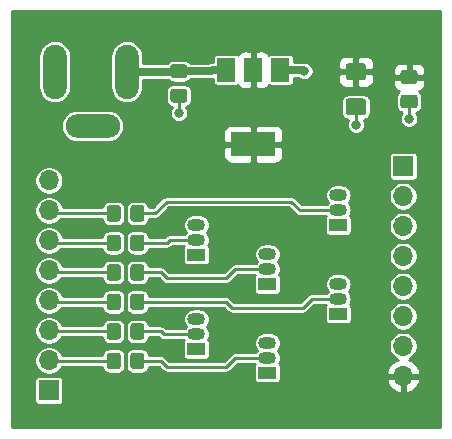
<source format=gbr>
%TF.GenerationSoftware,KiCad,Pcbnew,(5.1.10)-1*%
%TF.CreationDate,2021-11-26T12:13:43-05:00*%
%TF.ProjectId,RELAY_DRVR,52454c41-595f-4445-9256-522e6b696361,rev?*%
%TF.SameCoordinates,Original*%
%TF.FileFunction,Copper,L1,Top*%
%TF.FilePolarity,Positive*%
%FSLAX46Y46*%
G04 Gerber Fmt 4.6, Leading zero omitted, Abs format (unit mm)*
G04 Created by KiCad (PCBNEW (5.1.10)-1) date 2021-11-26 12:13:43*
%MOMM*%
%LPD*%
G01*
G04 APERTURE LIST*
%TA.AperFunction,ComponentPad*%
%ADD10O,1.700000X1.700000*%
%TD*%
%TA.AperFunction,ComponentPad*%
%ADD11R,1.700000X1.700000*%
%TD*%
%TA.AperFunction,ComponentPad*%
%ADD12O,2.000000X4.600000*%
%TD*%
%TA.AperFunction,ComponentPad*%
%ADD13O,4.600000X2.000000*%
%TD*%
%TA.AperFunction,ComponentPad*%
%ADD14R,1.500000X1.050000*%
%TD*%
%TA.AperFunction,ComponentPad*%
%ADD15O,1.500000X1.050000*%
%TD*%
%TA.AperFunction,SMDPad,CuDef*%
%ADD16R,3.800000X2.000000*%
%TD*%
%TA.AperFunction,SMDPad,CuDef*%
%ADD17R,1.500000X2.000000*%
%TD*%
%TA.AperFunction,ViaPad*%
%ADD18C,0.800000*%
%TD*%
%TA.AperFunction,Conductor*%
%ADD19C,0.250000*%
%TD*%
%TA.AperFunction,Conductor*%
%ADD20C,0.635000*%
%TD*%
%TA.AperFunction,Conductor*%
%ADD21C,0.254000*%
%TD*%
%TA.AperFunction,Conductor*%
%ADD22C,0.100000*%
%TD*%
G04 APERTURE END LIST*
%TO.P,C1,2*%
%TO.N,GND*%
%TA.AperFunction,SMDPad,CuDef*%
G36*
G01*
X45025000Y-14450000D02*
X45975000Y-14450000D01*
G75*
G02*
X46225000Y-14700000I0J-250000D01*
G01*
X46225000Y-15375000D01*
G75*
G02*
X45975000Y-15625000I-250000J0D01*
G01*
X45025000Y-15625000D01*
G75*
G02*
X44775000Y-15375000I0J250000D01*
G01*
X44775000Y-14700000D01*
G75*
G02*
X45025000Y-14450000I250000J0D01*
G01*
G37*
%TD.AperFunction*%
%TO.P,C1,1*%
%TO.N,/VIN*%
%TA.AperFunction,SMDPad,CuDef*%
G36*
G01*
X45025000Y-12375000D02*
X45975000Y-12375000D01*
G75*
G02*
X46225000Y-12625000I0J-250000D01*
G01*
X46225000Y-13300000D01*
G75*
G02*
X45975000Y-13550000I-250000J0D01*
G01*
X45025000Y-13550000D01*
G75*
G02*
X44775000Y-13300000I0J250000D01*
G01*
X44775000Y-12625000D01*
G75*
G02*
X45025000Y-12375000I250000J0D01*
G01*
G37*
%TD.AperFunction*%
%TD*%
%TO.P,C2,1*%
%TO.N,/5V*%
%TA.AperFunction,SMDPad,CuDef*%
G36*
G01*
X59875000Y-12300000D02*
X61125000Y-12300000D01*
G75*
G02*
X61375000Y-12550000I0J-250000D01*
G01*
X61375000Y-13475000D01*
G75*
G02*
X61125000Y-13725000I-250000J0D01*
G01*
X59875000Y-13725000D01*
G75*
G02*
X59625000Y-13475000I0J250000D01*
G01*
X59625000Y-12550000D01*
G75*
G02*
X59875000Y-12300000I250000J0D01*
G01*
G37*
%TD.AperFunction*%
%TO.P,C2,2*%
%TO.N,GND*%
%TA.AperFunction,SMDPad,CuDef*%
G36*
G01*
X59875000Y-15275000D02*
X61125000Y-15275000D01*
G75*
G02*
X61375000Y-15525000I0J-250000D01*
G01*
X61375000Y-16450000D01*
G75*
G02*
X61125000Y-16700000I-250000J0D01*
G01*
X59875000Y-16700000D01*
G75*
G02*
X59625000Y-16450000I0J250000D01*
G01*
X59625000Y-15525000D01*
G75*
G02*
X59875000Y-15275000I250000J0D01*
G01*
G37*
%TD.AperFunction*%
%TD*%
%TO.P,C3,1*%
%TO.N,/5V*%
%TA.AperFunction,SMDPad,CuDef*%
G36*
G01*
X64525000Y-12875000D02*
X65475000Y-12875000D01*
G75*
G02*
X65725000Y-13125000I0J-250000D01*
G01*
X65725000Y-13800000D01*
G75*
G02*
X65475000Y-14050000I-250000J0D01*
G01*
X64525000Y-14050000D01*
G75*
G02*
X64275000Y-13800000I0J250000D01*
G01*
X64275000Y-13125000D01*
G75*
G02*
X64525000Y-12875000I250000J0D01*
G01*
G37*
%TD.AperFunction*%
%TO.P,C3,2*%
%TO.N,GND*%
%TA.AperFunction,SMDPad,CuDef*%
G36*
G01*
X64525000Y-14950000D02*
X65475000Y-14950000D01*
G75*
G02*
X65725000Y-15200000I0J-250000D01*
G01*
X65725000Y-15875000D01*
G75*
G02*
X65475000Y-16125000I-250000J0D01*
G01*
X64525000Y-16125000D01*
G75*
G02*
X64275000Y-15875000I0J250000D01*
G01*
X64275000Y-15200000D01*
G75*
G02*
X64525000Y-14950000I250000J0D01*
G01*
G37*
%TD.AperFunction*%
%TD*%
D10*
%TO.P,J1,8*%
%TO.N,GND*%
X34500000Y-22220000D03*
%TO.P,J1,7*%
%TO.N,Net-(J1-Pad7)*%
X34500000Y-24760000D03*
%TO.P,J1,6*%
%TO.N,Net-(J1-Pad6)*%
X34500000Y-27300000D03*
%TO.P,J1,5*%
%TO.N,Net-(J1-Pad5)*%
X34500000Y-29840000D03*
%TO.P,J1,4*%
%TO.N,Net-(J1-Pad4)*%
X34500000Y-32380000D03*
%TO.P,J1,3*%
%TO.N,Net-(J1-Pad3)*%
X34500000Y-34920000D03*
%TO.P,J1,2*%
%TO.N,Net-(J1-Pad2)*%
X34500000Y-37460000D03*
D11*
%TO.P,J1,1*%
%TO.N,N/C*%
X34500000Y-40000000D03*
%TD*%
%TO.P,J2,1*%
%TO.N,GND*%
X64500000Y-21000000D03*
D10*
%TO.P,J2,2*%
%TO.N,Net-(J2-Pad2)*%
X64500000Y-23540000D03*
%TO.P,J2,3*%
%TO.N,Net-(J2-Pad3)*%
X64500000Y-26080000D03*
%TO.P,J2,4*%
%TO.N,Net-(J2-Pad4)*%
X64500000Y-28620000D03*
%TO.P,J2,5*%
%TO.N,Net-(J2-Pad5)*%
X64500000Y-31160000D03*
%TO.P,J2,6*%
%TO.N,Net-(J2-Pad6)*%
X64500000Y-33700000D03*
%TO.P,J2,7*%
%TO.N,Net-(J2-Pad7)*%
X64500000Y-36240000D03*
%TO.P,J2,8*%
%TO.N,/5V*%
X64500000Y-38780000D03*
%TD*%
D12*
%TO.P,J3,2*%
%TO.N,GND*%
X35000000Y-13000000D03*
%TO.P,J3,1*%
%TO.N,/VIN*%
X41100000Y-13000000D03*
D13*
%TO.P,J3,3*%
%TO.N,GND*%
X38200000Y-17600000D03*
%TD*%
D14*
%TO.P,Q1,1*%
%TO.N,GND*%
X53000000Y-38500000D03*
D15*
%TO.P,Q1,3*%
%TO.N,Net-(J2-Pad7)*%
X53000000Y-35960000D03*
%TO.P,Q1,2*%
%TO.N,Net-(Q1-Pad2)*%
X53000000Y-37230000D03*
%TD*%
%TO.P,Q2,2*%
%TO.N,Net-(Q2-Pad2)*%
X47000000Y-35230000D03*
%TO.P,Q2,3*%
%TO.N,Net-(J2-Pad6)*%
X47000000Y-33960000D03*
D14*
%TO.P,Q2,1*%
%TO.N,GND*%
X47000000Y-36500000D03*
%TD*%
D15*
%TO.P,Q3,2*%
%TO.N,Net-(Q3-Pad2)*%
X59000000Y-32230000D03*
%TO.P,Q3,3*%
%TO.N,Net-(J2-Pad5)*%
X59000000Y-30960000D03*
D14*
%TO.P,Q3,1*%
%TO.N,GND*%
X59000000Y-33500000D03*
%TD*%
%TO.P,Q4,1*%
%TO.N,GND*%
X53000000Y-31000000D03*
D15*
%TO.P,Q4,3*%
%TO.N,Net-(J2-Pad4)*%
X53000000Y-28460000D03*
%TO.P,Q4,2*%
%TO.N,Net-(Q4-Pad2)*%
X53000000Y-29730000D03*
%TD*%
%TO.P,Q5,2*%
%TO.N,Net-(Q5-Pad2)*%
X47000000Y-27230000D03*
%TO.P,Q5,3*%
%TO.N,Net-(J2-Pad3)*%
X47000000Y-25960000D03*
D14*
%TO.P,Q5,1*%
%TO.N,GND*%
X47000000Y-28500000D03*
%TD*%
%TO.P,Q6,1*%
%TO.N,GND*%
X59000000Y-26000000D03*
D15*
%TO.P,Q6,3*%
%TO.N,Net-(J2-Pad2)*%
X59000000Y-23460000D03*
%TO.P,Q6,2*%
%TO.N,Net-(Q6-Pad2)*%
X59000000Y-24730000D03*
%TD*%
%TO.P,R1,2*%
%TO.N,Net-(J1-Pad2)*%
%TA.AperFunction,SMDPad,CuDef*%
G36*
G01*
X40600000Y-37049999D02*
X40600000Y-37950001D01*
G75*
G02*
X40350001Y-38200000I-249999J0D01*
G01*
X39649999Y-38200000D01*
G75*
G02*
X39400000Y-37950001I0J249999D01*
G01*
X39400000Y-37049999D01*
G75*
G02*
X39649999Y-36800000I249999J0D01*
G01*
X40350001Y-36800000D01*
G75*
G02*
X40600000Y-37049999I0J-249999D01*
G01*
G37*
%TD.AperFunction*%
%TO.P,R1,1*%
%TO.N,Net-(Q1-Pad2)*%
%TA.AperFunction,SMDPad,CuDef*%
G36*
G01*
X42600000Y-37049999D02*
X42600000Y-37950001D01*
G75*
G02*
X42350001Y-38200000I-249999J0D01*
G01*
X41649999Y-38200000D01*
G75*
G02*
X41400000Y-37950001I0J249999D01*
G01*
X41400000Y-37049999D01*
G75*
G02*
X41649999Y-36800000I249999J0D01*
G01*
X42350001Y-36800000D01*
G75*
G02*
X42600000Y-37049999I0J-249999D01*
G01*
G37*
%TD.AperFunction*%
%TD*%
%TO.P,R2,1*%
%TO.N,Net-(Q2-Pad2)*%
%TA.AperFunction,SMDPad,CuDef*%
G36*
G01*
X42600000Y-34549999D02*
X42600000Y-35450001D01*
G75*
G02*
X42350001Y-35700000I-249999J0D01*
G01*
X41649999Y-35700000D01*
G75*
G02*
X41400000Y-35450001I0J249999D01*
G01*
X41400000Y-34549999D01*
G75*
G02*
X41649999Y-34300000I249999J0D01*
G01*
X42350001Y-34300000D01*
G75*
G02*
X42600000Y-34549999I0J-249999D01*
G01*
G37*
%TD.AperFunction*%
%TO.P,R2,2*%
%TO.N,Net-(J1-Pad3)*%
%TA.AperFunction,SMDPad,CuDef*%
G36*
G01*
X40600000Y-34549999D02*
X40600000Y-35450001D01*
G75*
G02*
X40350001Y-35700000I-249999J0D01*
G01*
X39649999Y-35700000D01*
G75*
G02*
X39400000Y-35450001I0J249999D01*
G01*
X39400000Y-34549999D01*
G75*
G02*
X39649999Y-34300000I249999J0D01*
G01*
X40350001Y-34300000D01*
G75*
G02*
X40600000Y-34549999I0J-249999D01*
G01*
G37*
%TD.AperFunction*%
%TD*%
%TO.P,R3,2*%
%TO.N,Net-(J1-Pad4)*%
%TA.AperFunction,SMDPad,CuDef*%
G36*
G01*
X40600000Y-32049999D02*
X40600000Y-32950001D01*
G75*
G02*
X40350001Y-33200000I-249999J0D01*
G01*
X39649999Y-33200000D01*
G75*
G02*
X39400000Y-32950001I0J249999D01*
G01*
X39400000Y-32049999D01*
G75*
G02*
X39649999Y-31800000I249999J0D01*
G01*
X40350001Y-31800000D01*
G75*
G02*
X40600000Y-32049999I0J-249999D01*
G01*
G37*
%TD.AperFunction*%
%TO.P,R3,1*%
%TO.N,Net-(Q3-Pad2)*%
%TA.AperFunction,SMDPad,CuDef*%
G36*
G01*
X42600000Y-32049999D02*
X42600000Y-32950001D01*
G75*
G02*
X42350001Y-33200000I-249999J0D01*
G01*
X41649999Y-33200000D01*
G75*
G02*
X41400000Y-32950001I0J249999D01*
G01*
X41400000Y-32049999D01*
G75*
G02*
X41649999Y-31800000I249999J0D01*
G01*
X42350001Y-31800000D01*
G75*
G02*
X42600000Y-32049999I0J-249999D01*
G01*
G37*
%TD.AperFunction*%
%TD*%
%TO.P,R4,1*%
%TO.N,Net-(Q4-Pad2)*%
%TA.AperFunction,SMDPad,CuDef*%
G36*
G01*
X42600000Y-29549999D02*
X42600000Y-30450001D01*
G75*
G02*
X42350001Y-30700000I-249999J0D01*
G01*
X41649999Y-30700000D01*
G75*
G02*
X41400000Y-30450001I0J249999D01*
G01*
X41400000Y-29549999D01*
G75*
G02*
X41649999Y-29300000I249999J0D01*
G01*
X42350001Y-29300000D01*
G75*
G02*
X42600000Y-29549999I0J-249999D01*
G01*
G37*
%TD.AperFunction*%
%TO.P,R4,2*%
%TO.N,Net-(J1-Pad5)*%
%TA.AperFunction,SMDPad,CuDef*%
G36*
G01*
X40600000Y-29549999D02*
X40600000Y-30450001D01*
G75*
G02*
X40350001Y-30700000I-249999J0D01*
G01*
X39649999Y-30700000D01*
G75*
G02*
X39400000Y-30450001I0J249999D01*
G01*
X39400000Y-29549999D01*
G75*
G02*
X39649999Y-29300000I249999J0D01*
G01*
X40350001Y-29300000D01*
G75*
G02*
X40600000Y-29549999I0J-249999D01*
G01*
G37*
%TD.AperFunction*%
%TD*%
%TO.P,R5,2*%
%TO.N,Net-(J1-Pad6)*%
%TA.AperFunction,SMDPad,CuDef*%
G36*
G01*
X40600000Y-27049999D02*
X40600000Y-27950001D01*
G75*
G02*
X40350001Y-28200000I-249999J0D01*
G01*
X39649999Y-28200000D01*
G75*
G02*
X39400000Y-27950001I0J249999D01*
G01*
X39400000Y-27049999D01*
G75*
G02*
X39649999Y-26800000I249999J0D01*
G01*
X40350001Y-26800000D01*
G75*
G02*
X40600000Y-27049999I0J-249999D01*
G01*
G37*
%TD.AperFunction*%
%TO.P,R5,1*%
%TO.N,Net-(Q5-Pad2)*%
%TA.AperFunction,SMDPad,CuDef*%
G36*
G01*
X42600000Y-27049999D02*
X42600000Y-27950001D01*
G75*
G02*
X42350001Y-28200000I-249999J0D01*
G01*
X41649999Y-28200000D01*
G75*
G02*
X41400000Y-27950001I0J249999D01*
G01*
X41400000Y-27049999D01*
G75*
G02*
X41649999Y-26800000I249999J0D01*
G01*
X42350001Y-26800000D01*
G75*
G02*
X42600000Y-27049999I0J-249999D01*
G01*
G37*
%TD.AperFunction*%
%TD*%
%TO.P,R6,1*%
%TO.N,Net-(Q6-Pad2)*%
%TA.AperFunction,SMDPad,CuDef*%
G36*
G01*
X42600000Y-24549999D02*
X42600000Y-25450001D01*
G75*
G02*
X42350001Y-25700000I-249999J0D01*
G01*
X41649999Y-25700000D01*
G75*
G02*
X41400000Y-25450001I0J249999D01*
G01*
X41400000Y-24549999D01*
G75*
G02*
X41649999Y-24300000I249999J0D01*
G01*
X42350001Y-24300000D01*
G75*
G02*
X42600000Y-24549999I0J-249999D01*
G01*
G37*
%TD.AperFunction*%
%TO.P,R6,2*%
%TO.N,Net-(J1-Pad7)*%
%TA.AperFunction,SMDPad,CuDef*%
G36*
G01*
X40600000Y-24549999D02*
X40600000Y-25450001D01*
G75*
G02*
X40350001Y-25700000I-249999J0D01*
G01*
X39649999Y-25700000D01*
G75*
G02*
X39400000Y-25450001I0J249999D01*
G01*
X39400000Y-24549999D01*
G75*
G02*
X39649999Y-24300000I249999J0D01*
G01*
X40350001Y-24300000D01*
G75*
G02*
X40600000Y-24549999I0J-249999D01*
G01*
G37*
%TD.AperFunction*%
%TD*%
D16*
%TO.P,U1,4*%
%TO.N,/5V*%
X51816000Y-19152000D03*
D17*
%TO.P,U1,2*%
X51816000Y-12852000D03*
%TO.P,U1,3*%
%TO.N,/VIN*%
X49516000Y-12852000D03*
%TO.P,U1,1*%
%TO.N,GND*%
X54116000Y-12852000D03*
%TD*%
D18*
%TO.N,GND*%
X65000000Y-17000000D03*
X60500000Y-17500000D03*
X45500000Y-16500000D03*
X56134000Y-12954000D03*
%TD*%
D19*
%TO.N,Net-(J1-Pad7)*%
X34740000Y-25000000D02*
X34500000Y-24760000D01*
X40000000Y-25000000D02*
X34740000Y-25000000D01*
%TO.N,Net-(J1-Pad6)*%
X34700000Y-27500000D02*
X34500000Y-27300000D01*
X40000000Y-27500000D02*
X34700000Y-27500000D01*
%TO.N,Net-(J1-Pad5)*%
X34660000Y-30000000D02*
X34500000Y-29840000D01*
X40000000Y-30000000D02*
X34660000Y-30000000D01*
%TO.N,Net-(J1-Pad4)*%
X34620000Y-32500000D02*
X34500000Y-32380000D01*
X40000000Y-32500000D02*
X34620000Y-32500000D01*
%TO.N,Net-(J1-Pad3)*%
X34580000Y-35000000D02*
X34500000Y-34920000D01*
X40000000Y-35000000D02*
X34580000Y-35000000D01*
%TO.N,Net-(J1-Pad2)*%
X34540000Y-37500000D02*
X34500000Y-37460000D01*
X40000000Y-37500000D02*
X34540000Y-37500000D01*
%TO.N,Net-(Q1-Pad2)*%
X42000000Y-37500000D02*
X44000000Y-37500000D01*
X44000000Y-37500000D02*
X44500000Y-38000000D01*
X44500000Y-38000000D02*
X49500000Y-38000000D01*
X50270000Y-37230000D02*
X53000000Y-37230000D01*
X49500000Y-38000000D02*
X50270000Y-37230000D01*
%TO.N,Net-(Q2-Pad2)*%
X42000000Y-35000000D02*
X44000000Y-35000000D01*
X44230000Y-35230000D02*
X47000000Y-35230000D01*
X44000000Y-35000000D02*
X44230000Y-35230000D01*
%TO.N,Net-(Q3-Pad2)*%
X42000000Y-32500000D02*
X49500000Y-32500000D01*
X49500000Y-32500000D02*
X50000000Y-33000000D01*
X50000000Y-33000000D02*
X56000000Y-33000000D01*
X56770000Y-32230000D02*
X59000000Y-32230000D01*
X56000000Y-33000000D02*
X56770000Y-32230000D01*
%TO.N,Net-(Q4-Pad2)*%
X42000000Y-30000000D02*
X44000000Y-30000000D01*
X44000000Y-30000000D02*
X44500000Y-30500000D01*
X44500000Y-30500000D02*
X49500000Y-30500000D01*
X50270000Y-29730000D02*
X53000000Y-29730000D01*
X49500000Y-30500000D02*
X50270000Y-29730000D01*
%TO.N,Net-(Q5-Pad2)*%
X44770000Y-27230000D02*
X47000000Y-27230000D01*
X44500000Y-27500000D02*
X44770000Y-27230000D01*
X42000000Y-27500000D02*
X44500000Y-27500000D01*
%TO.N,Net-(Q6-Pad2)*%
X42000000Y-25000000D02*
X43500000Y-25000000D01*
X43500000Y-25000000D02*
X44500000Y-24000000D01*
X44500000Y-24000000D02*
X55000000Y-24000000D01*
X55730000Y-24730000D02*
X59000000Y-24730000D01*
X55000000Y-24000000D02*
X55730000Y-24730000D01*
%TO.N,GND*%
X65000000Y-15537500D02*
X65000000Y-17000000D01*
X60500000Y-15987500D02*
X60500000Y-17500000D01*
X45500000Y-15037500D02*
X45500000Y-16500000D01*
D20*
X56032000Y-12852000D02*
X56134000Y-12954000D01*
X54116000Y-12852000D02*
X56032000Y-12852000D01*
%TO.N,/VIN*%
X45462500Y-13000000D02*
X45500000Y-12962500D01*
X41100000Y-13000000D02*
X45462500Y-13000000D01*
X49516000Y-12852000D02*
X48362000Y-12852000D01*
X48251500Y-12962500D02*
X45500000Y-12962500D01*
X48362000Y-12852000D02*
X48251500Y-12962500D01*
%TD*%
D21*
%TO.N,/5V*%
X67594001Y-43094000D02*
X31406000Y-43094000D01*
X31406000Y-39150000D01*
X33267157Y-39150000D01*
X33267157Y-40850000D01*
X33274513Y-40924689D01*
X33296299Y-40996508D01*
X33331678Y-41062696D01*
X33379289Y-41120711D01*
X33437304Y-41168322D01*
X33503492Y-41203701D01*
X33575311Y-41225487D01*
X33650000Y-41232843D01*
X35350000Y-41232843D01*
X35424689Y-41225487D01*
X35496508Y-41203701D01*
X35562696Y-41168322D01*
X35620711Y-41120711D01*
X35668322Y-41062696D01*
X35703701Y-40996508D01*
X35725487Y-40924689D01*
X35732843Y-40850000D01*
X35732843Y-39150000D01*
X35725487Y-39075311D01*
X35703701Y-39003492D01*
X35668322Y-38937304D01*
X35620711Y-38879289D01*
X35562696Y-38831678D01*
X35496508Y-38796299D01*
X35424689Y-38774513D01*
X35350000Y-38767157D01*
X33650000Y-38767157D01*
X33575311Y-38774513D01*
X33503492Y-38796299D01*
X33437304Y-38831678D01*
X33379289Y-38879289D01*
X33331678Y-38937304D01*
X33296299Y-39003492D01*
X33274513Y-39075311D01*
X33267157Y-39150000D01*
X31406000Y-39150000D01*
X31406000Y-37338757D01*
X33269000Y-37338757D01*
X33269000Y-37581243D01*
X33316307Y-37819069D01*
X33409102Y-38043097D01*
X33543820Y-38244717D01*
X33715283Y-38416180D01*
X33916903Y-38550898D01*
X34140931Y-38643693D01*
X34378757Y-38691000D01*
X34621243Y-38691000D01*
X34859069Y-38643693D01*
X35083097Y-38550898D01*
X35284717Y-38416180D01*
X35456180Y-38244717D01*
X35590898Y-38043097D01*
X35606264Y-38006000D01*
X39022672Y-38006000D01*
X39029317Y-38073462D01*
X39065329Y-38192179D01*
X39123810Y-38301589D01*
X39202512Y-38397488D01*
X39298411Y-38476190D01*
X39407821Y-38534671D01*
X39526538Y-38570683D01*
X39649999Y-38582843D01*
X40350001Y-38582843D01*
X40473462Y-38570683D01*
X40592179Y-38534671D01*
X40701589Y-38476190D01*
X40797488Y-38397488D01*
X40876190Y-38301589D01*
X40934671Y-38192179D01*
X40970683Y-38073462D01*
X40982843Y-37950001D01*
X40982843Y-37049999D01*
X41017157Y-37049999D01*
X41017157Y-37950001D01*
X41029317Y-38073462D01*
X41065329Y-38192179D01*
X41123810Y-38301589D01*
X41202512Y-38397488D01*
X41298411Y-38476190D01*
X41407821Y-38534671D01*
X41526538Y-38570683D01*
X41649999Y-38582843D01*
X42350001Y-38582843D01*
X42473462Y-38570683D01*
X42592179Y-38534671D01*
X42701589Y-38476190D01*
X42797488Y-38397488D01*
X42876190Y-38301589D01*
X42934671Y-38192179D01*
X42970683Y-38073462D01*
X42977328Y-38006000D01*
X43790409Y-38006000D01*
X44124628Y-38340220D01*
X44140473Y-38359527D01*
X44217521Y-38422759D01*
X44305425Y-38469745D01*
X44400807Y-38498678D01*
X44500000Y-38508448D01*
X44524854Y-38506000D01*
X49475154Y-38506000D01*
X49500000Y-38508447D01*
X49524846Y-38506000D01*
X49524854Y-38506000D01*
X49599193Y-38498678D01*
X49694575Y-38469745D01*
X49782479Y-38422759D01*
X49859527Y-38359527D01*
X49875376Y-38340215D01*
X50479592Y-37736000D01*
X51953265Y-37736000D01*
X51931678Y-37762304D01*
X51896299Y-37828492D01*
X51874513Y-37900311D01*
X51867157Y-37975000D01*
X51867157Y-39025000D01*
X51874513Y-39099689D01*
X51896299Y-39171508D01*
X51931678Y-39237696D01*
X51979289Y-39295711D01*
X52037304Y-39343322D01*
X52103492Y-39378701D01*
X52175311Y-39400487D01*
X52250000Y-39407843D01*
X53750000Y-39407843D01*
X53824689Y-39400487D01*
X53896508Y-39378701D01*
X53962696Y-39343322D01*
X54020711Y-39295711D01*
X54068322Y-39237696D01*
X54103701Y-39171508D01*
X54114202Y-39136890D01*
X63058524Y-39136890D01*
X63103175Y-39284099D01*
X63228359Y-39546920D01*
X63402412Y-39780269D01*
X63618645Y-39975178D01*
X63868748Y-40124157D01*
X64143109Y-40221481D01*
X64373000Y-40100814D01*
X64373000Y-38907000D01*
X64627000Y-38907000D01*
X64627000Y-40100814D01*
X64856891Y-40221481D01*
X65131252Y-40124157D01*
X65381355Y-39975178D01*
X65597588Y-39780269D01*
X65771641Y-39546920D01*
X65896825Y-39284099D01*
X65941476Y-39136890D01*
X65820155Y-38907000D01*
X64627000Y-38907000D01*
X64373000Y-38907000D01*
X63179845Y-38907000D01*
X63058524Y-39136890D01*
X54114202Y-39136890D01*
X54125487Y-39099689D01*
X54132843Y-39025000D01*
X54132843Y-38423110D01*
X63058524Y-38423110D01*
X63179845Y-38653000D01*
X64373000Y-38653000D01*
X64373000Y-38633000D01*
X64627000Y-38633000D01*
X64627000Y-38653000D01*
X65820155Y-38653000D01*
X65941476Y-38423110D01*
X65896825Y-38275901D01*
X65771641Y-38013080D01*
X65597588Y-37779731D01*
X65381355Y-37584822D01*
X65131252Y-37435843D01*
X64968832Y-37378228D01*
X65083097Y-37330898D01*
X65284717Y-37196180D01*
X65456180Y-37024717D01*
X65590898Y-36823097D01*
X65683693Y-36599069D01*
X65731000Y-36361243D01*
X65731000Y-36118757D01*
X65683693Y-35880931D01*
X65590898Y-35656903D01*
X65456180Y-35455283D01*
X65284717Y-35283820D01*
X65083097Y-35149102D01*
X64859069Y-35056307D01*
X64621243Y-35009000D01*
X64378757Y-35009000D01*
X64140931Y-35056307D01*
X63916903Y-35149102D01*
X63715283Y-35283820D01*
X63543820Y-35455283D01*
X63409102Y-35656903D01*
X63316307Y-35880931D01*
X63269000Y-36118757D01*
X63269000Y-36361243D01*
X63316307Y-36599069D01*
X63409102Y-36823097D01*
X63543820Y-37024717D01*
X63715283Y-37196180D01*
X63916903Y-37330898D01*
X64031168Y-37378228D01*
X63868748Y-37435843D01*
X63618645Y-37584822D01*
X63402412Y-37779731D01*
X63228359Y-38013080D01*
X63103175Y-38275901D01*
X63058524Y-38423110D01*
X54132843Y-38423110D01*
X54132843Y-37975000D01*
X54125487Y-37900311D01*
X54103701Y-37828492D01*
X54068322Y-37762304D01*
X54020711Y-37704289D01*
X54005473Y-37691784D01*
X54066084Y-37578388D01*
X54117890Y-37407607D01*
X54135383Y-37230000D01*
X54117890Y-37052393D01*
X54066084Y-36881612D01*
X53981956Y-36724218D01*
X53875909Y-36595000D01*
X53981956Y-36465782D01*
X54066084Y-36308388D01*
X54117890Y-36137607D01*
X54135383Y-35960000D01*
X54117890Y-35782393D01*
X54066084Y-35611612D01*
X53981956Y-35454218D01*
X53868738Y-35316262D01*
X53730782Y-35203044D01*
X53573388Y-35118916D01*
X53402607Y-35067110D01*
X53269501Y-35054000D01*
X52730499Y-35054000D01*
X52597393Y-35067110D01*
X52426612Y-35118916D01*
X52269218Y-35203044D01*
X52131262Y-35316262D01*
X52018044Y-35454218D01*
X51933916Y-35611612D01*
X51882110Y-35782393D01*
X51864617Y-35960000D01*
X51882110Y-36137607D01*
X51933916Y-36308388D01*
X52018044Y-36465782D01*
X52124091Y-36595000D01*
X52018223Y-36724000D01*
X50294845Y-36724000D01*
X50269999Y-36721553D01*
X50245153Y-36724000D01*
X50245146Y-36724000D01*
X50180694Y-36730348D01*
X50170806Y-36731322D01*
X50148607Y-36738056D01*
X50075425Y-36760255D01*
X49987521Y-36807241D01*
X49910473Y-36870473D01*
X49894628Y-36889780D01*
X49290409Y-37494000D01*
X44709592Y-37494000D01*
X44375376Y-37159785D01*
X44359527Y-37140473D01*
X44282479Y-37077241D01*
X44194575Y-37030255D01*
X44099193Y-37001322D01*
X44024854Y-36994000D01*
X44024846Y-36994000D01*
X44000000Y-36991553D01*
X43975154Y-36994000D01*
X42977328Y-36994000D01*
X42970683Y-36926538D01*
X42934671Y-36807821D01*
X42876190Y-36698411D01*
X42797488Y-36602512D01*
X42701589Y-36523810D01*
X42592179Y-36465329D01*
X42473462Y-36429317D01*
X42350001Y-36417157D01*
X41649999Y-36417157D01*
X41526538Y-36429317D01*
X41407821Y-36465329D01*
X41298411Y-36523810D01*
X41202512Y-36602512D01*
X41123810Y-36698411D01*
X41065329Y-36807821D01*
X41029317Y-36926538D01*
X41017157Y-37049999D01*
X40982843Y-37049999D01*
X40970683Y-36926538D01*
X40934671Y-36807821D01*
X40876190Y-36698411D01*
X40797488Y-36602512D01*
X40701589Y-36523810D01*
X40592179Y-36465329D01*
X40473462Y-36429317D01*
X40350001Y-36417157D01*
X39649999Y-36417157D01*
X39526538Y-36429317D01*
X39407821Y-36465329D01*
X39298411Y-36523810D01*
X39202512Y-36602512D01*
X39123810Y-36698411D01*
X39065329Y-36807821D01*
X39029317Y-36926538D01*
X39022672Y-36994000D01*
X35639401Y-36994000D01*
X35590898Y-36876903D01*
X35456180Y-36675283D01*
X35284717Y-36503820D01*
X35083097Y-36369102D01*
X34859069Y-36276307D01*
X34621243Y-36229000D01*
X34378757Y-36229000D01*
X34140931Y-36276307D01*
X33916903Y-36369102D01*
X33715283Y-36503820D01*
X33543820Y-36675283D01*
X33409102Y-36876903D01*
X33316307Y-37100931D01*
X33269000Y-37338757D01*
X31406000Y-37338757D01*
X31406000Y-34798757D01*
X33269000Y-34798757D01*
X33269000Y-35041243D01*
X33316307Y-35279069D01*
X33409102Y-35503097D01*
X33543820Y-35704717D01*
X33715283Y-35876180D01*
X33916903Y-36010898D01*
X34140931Y-36103693D01*
X34378757Y-36151000D01*
X34621243Y-36151000D01*
X34859069Y-36103693D01*
X35083097Y-36010898D01*
X35284717Y-35876180D01*
X35456180Y-35704717D01*
X35588958Y-35506000D01*
X39022672Y-35506000D01*
X39029317Y-35573462D01*
X39065329Y-35692179D01*
X39123810Y-35801589D01*
X39202512Y-35897488D01*
X39298411Y-35976190D01*
X39407821Y-36034671D01*
X39526538Y-36070683D01*
X39649999Y-36082843D01*
X40350001Y-36082843D01*
X40473462Y-36070683D01*
X40592179Y-36034671D01*
X40701589Y-35976190D01*
X40797488Y-35897488D01*
X40876190Y-35801589D01*
X40934671Y-35692179D01*
X40970683Y-35573462D01*
X40982843Y-35450001D01*
X40982843Y-34549999D01*
X41017157Y-34549999D01*
X41017157Y-35450001D01*
X41029317Y-35573462D01*
X41065329Y-35692179D01*
X41123810Y-35801589D01*
X41202512Y-35897488D01*
X41298411Y-35976190D01*
X41407821Y-36034671D01*
X41526538Y-36070683D01*
X41649999Y-36082843D01*
X42350001Y-36082843D01*
X42473462Y-36070683D01*
X42592179Y-36034671D01*
X42701589Y-35976190D01*
X42797488Y-35897488D01*
X42876190Y-35801589D01*
X42934671Y-35692179D01*
X42970683Y-35573462D01*
X42977328Y-35506000D01*
X43790409Y-35506000D01*
X43854624Y-35570215D01*
X43870473Y-35589527D01*
X43947521Y-35652759D01*
X44035425Y-35699745D01*
X44130806Y-35728678D01*
X44140694Y-35729652D01*
X44205146Y-35736000D01*
X44205153Y-35736000D01*
X44229999Y-35738447D01*
X44254845Y-35736000D01*
X45953265Y-35736000D01*
X45931678Y-35762304D01*
X45896299Y-35828492D01*
X45874513Y-35900311D01*
X45867157Y-35975000D01*
X45867157Y-37025000D01*
X45874513Y-37099689D01*
X45896299Y-37171508D01*
X45931678Y-37237696D01*
X45979289Y-37295711D01*
X46037304Y-37343322D01*
X46103492Y-37378701D01*
X46175311Y-37400487D01*
X46250000Y-37407843D01*
X47750000Y-37407843D01*
X47824689Y-37400487D01*
X47896508Y-37378701D01*
X47962696Y-37343322D01*
X48020711Y-37295711D01*
X48068322Y-37237696D01*
X48103701Y-37171508D01*
X48125487Y-37099689D01*
X48132843Y-37025000D01*
X48132843Y-35975000D01*
X48125487Y-35900311D01*
X48103701Y-35828492D01*
X48068322Y-35762304D01*
X48020711Y-35704289D01*
X48005473Y-35691784D01*
X48066084Y-35578388D01*
X48117890Y-35407607D01*
X48135383Y-35230000D01*
X48117890Y-35052393D01*
X48066084Y-34881612D01*
X47981956Y-34724218D01*
X47875909Y-34595000D01*
X47981956Y-34465782D01*
X48066084Y-34308388D01*
X48117890Y-34137607D01*
X48135383Y-33960000D01*
X48117890Y-33782393D01*
X48066084Y-33611612D01*
X47981956Y-33454218D01*
X47868738Y-33316262D01*
X47730782Y-33203044D01*
X47573388Y-33118916D01*
X47402607Y-33067110D01*
X47269501Y-33054000D01*
X46730499Y-33054000D01*
X46597393Y-33067110D01*
X46426612Y-33118916D01*
X46269218Y-33203044D01*
X46131262Y-33316262D01*
X46018044Y-33454218D01*
X45933916Y-33611612D01*
X45882110Y-33782393D01*
X45864617Y-33960000D01*
X45882110Y-34137607D01*
X45933916Y-34308388D01*
X46018044Y-34465782D01*
X46124091Y-34595000D01*
X46018223Y-34724000D01*
X44439591Y-34724000D01*
X44375376Y-34659785D01*
X44359527Y-34640473D01*
X44282479Y-34577241D01*
X44194575Y-34530255D01*
X44099193Y-34501322D01*
X44024854Y-34494000D01*
X44024846Y-34494000D01*
X44000000Y-34491553D01*
X43975154Y-34494000D01*
X42977328Y-34494000D01*
X42970683Y-34426538D01*
X42934671Y-34307821D01*
X42876190Y-34198411D01*
X42797488Y-34102512D01*
X42701589Y-34023810D01*
X42592179Y-33965329D01*
X42473462Y-33929317D01*
X42350001Y-33917157D01*
X41649999Y-33917157D01*
X41526538Y-33929317D01*
X41407821Y-33965329D01*
X41298411Y-34023810D01*
X41202512Y-34102512D01*
X41123810Y-34198411D01*
X41065329Y-34307821D01*
X41029317Y-34426538D01*
X41017157Y-34549999D01*
X40982843Y-34549999D01*
X40970683Y-34426538D01*
X40934671Y-34307821D01*
X40876190Y-34198411D01*
X40797488Y-34102512D01*
X40701589Y-34023810D01*
X40592179Y-33965329D01*
X40473462Y-33929317D01*
X40350001Y-33917157D01*
X39649999Y-33917157D01*
X39526538Y-33929317D01*
X39407821Y-33965329D01*
X39298411Y-34023810D01*
X39202512Y-34102512D01*
X39123810Y-34198411D01*
X39065329Y-34307821D01*
X39029317Y-34426538D01*
X39022672Y-34494000D01*
X35655969Y-34494000D01*
X35590898Y-34336903D01*
X35456180Y-34135283D01*
X35284717Y-33963820D01*
X35083097Y-33829102D01*
X34859069Y-33736307D01*
X34621243Y-33689000D01*
X34378757Y-33689000D01*
X34140931Y-33736307D01*
X33916903Y-33829102D01*
X33715283Y-33963820D01*
X33543820Y-34135283D01*
X33409102Y-34336903D01*
X33316307Y-34560931D01*
X33269000Y-34798757D01*
X31406000Y-34798757D01*
X31406000Y-32258757D01*
X33269000Y-32258757D01*
X33269000Y-32501243D01*
X33316307Y-32739069D01*
X33409102Y-32963097D01*
X33543820Y-33164717D01*
X33715283Y-33336180D01*
X33916903Y-33470898D01*
X34140931Y-33563693D01*
X34378757Y-33611000D01*
X34621243Y-33611000D01*
X34859069Y-33563693D01*
X35083097Y-33470898D01*
X35284717Y-33336180D01*
X35456180Y-33164717D01*
X35562231Y-33006000D01*
X39022672Y-33006000D01*
X39029317Y-33073462D01*
X39065329Y-33192179D01*
X39123810Y-33301589D01*
X39202512Y-33397488D01*
X39298411Y-33476190D01*
X39407821Y-33534671D01*
X39526538Y-33570683D01*
X39649999Y-33582843D01*
X40350001Y-33582843D01*
X40473462Y-33570683D01*
X40592179Y-33534671D01*
X40701589Y-33476190D01*
X40797488Y-33397488D01*
X40876190Y-33301589D01*
X40934671Y-33192179D01*
X40970683Y-33073462D01*
X40982843Y-32950001D01*
X40982843Y-32049999D01*
X41017157Y-32049999D01*
X41017157Y-32950001D01*
X41029317Y-33073462D01*
X41065329Y-33192179D01*
X41123810Y-33301589D01*
X41202512Y-33397488D01*
X41298411Y-33476190D01*
X41407821Y-33534671D01*
X41526538Y-33570683D01*
X41649999Y-33582843D01*
X42350001Y-33582843D01*
X42473462Y-33570683D01*
X42592179Y-33534671D01*
X42701589Y-33476190D01*
X42797488Y-33397488D01*
X42876190Y-33301589D01*
X42934671Y-33192179D01*
X42970683Y-33073462D01*
X42977328Y-33006000D01*
X49290409Y-33006000D01*
X49624628Y-33340220D01*
X49640473Y-33359527D01*
X49717521Y-33422759D01*
X49805425Y-33469745D01*
X49900807Y-33498678D01*
X50000000Y-33508448D01*
X50024854Y-33506000D01*
X55975154Y-33506000D01*
X56000000Y-33508447D01*
X56024846Y-33506000D01*
X56024854Y-33506000D01*
X56099193Y-33498678D01*
X56194575Y-33469745D01*
X56282479Y-33422759D01*
X56359527Y-33359527D01*
X56375376Y-33340215D01*
X56979592Y-32736000D01*
X57953265Y-32736000D01*
X57931678Y-32762304D01*
X57896299Y-32828492D01*
X57874513Y-32900311D01*
X57867157Y-32975000D01*
X57867157Y-34025000D01*
X57874513Y-34099689D01*
X57896299Y-34171508D01*
X57931678Y-34237696D01*
X57979289Y-34295711D01*
X58037304Y-34343322D01*
X58103492Y-34378701D01*
X58175311Y-34400487D01*
X58250000Y-34407843D01*
X59750000Y-34407843D01*
X59824689Y-34400487D01*
X59896508Y-34378701D01*
X59962696Y-34343322D01*
X60020711Y-34295711D01*
X60068322Y-34237696D01*
X60103701Y-34171508D01*
X60125487Y-34099689D01*
X60132843Y-34025000D01*
X60132843Y-33578757D01*
X63269000Y-33578757D01*
X63269000Y-33821243D01*
X63316307Y-34059069D01*
X63409102Y-34283097D01*
X63543820Y-34484717D01*
X63715283Y-34656180D01*
X63916903Y-34790898D01*
X64140931Y-34883693D01*
X64378757Y-34931000D01*
X64621243Y-34931000D01*
X64859069Y-34883693D01*
X65083097Y-34790898D01*
X65284717Y-34656180D01*
X65456180Y-34484717D01*
X65590898Y-34283097D01*
X65683693Y-34059069D01*
X65731000Y-33821243D01*
X65731000Y-33578757D01*
X65683693Y-33340931D01*
X65590898Y-33116903D01*
X65456180Y-32915283D01*
X65284717Y-32743820D01*
X65083097Y-32609102D01*
X64859069Y-32516307D01*
X64621243Y-32469000D01*
X64378757Y-32469000D01*
X64140931Y-32516307D01*
X63916903Y-32609102D01*
X63715283Y-32743820D01*
X63543820Y-32915283D01*
X63409102Y-33116903D01*
X63316307Y-33340931D01*
X63269000Y-33578757D01*
X60132843Y-33578757D01*
X60132843Y-32975000D01*
X60125487Y-32900311D01*
X60103701Y-32828492D01*
X60068322Y-32762304D01*
X60020711Y-32704289D01*
X60005473Y-32691784D01*
X60066084Y-32578388D01*
X60117890Y-32407607D01*
X60135383Y-32230000D01*
X60117890Y-32052393D01*
X60066084Y-31881612D01*
X59981956Y-31724218D01*
X59875909Y-31595000D01*
X59981956Y-31465782D01*
X60066084Y-31308388D01*
X60117890Y-31137607D01*
X60127626Y-31038757D01*
X63269000Y-31038757D01*
X63269000Y-31281243D01*
X63316307Y-31519069D01*
X63409102Y-31743097D01*
X63543820Y-31944717D01*
X63715283Y-32116180D01*
X63916903Y-32250898D01*
X64140931Y-32343693D01*
X64378757Y-32391000D01*
X64621243Y-32391000D01*
X64859069Y-32343693D01*
X65083097Y-32250898D01*
X65284717Y-32116180D01*
X65456180Y-31944717D01*
X65590898Y-31743097D01*
X65683693Y-31519069D01*
X65731000Y-31281243D01*
X65731000Y-31038757D01*
X65683693Y-30800931D01*
X65590898Y-30576903D01*
X65456180Y-30375283D01*
X65284717Y-30203820D01*
X65083097Y-30069102D01*
X64859069Y-29976307D01*
X64621243Y-29929000D01*
X64378757Y-29929000D01*
X64140931Y-29976307D01*
X63916903Y-30069102D01*
X63715283Y-30203820D01*
X63543820Y-30375283D01*
X63409102Y-30576903D01*
X63316307Y-30800931D01*
X63269000Y-31038757D01*
X60127626Y-31038757D01*
X60135383Y-30960000D01*
X60117890Y-30782393D01*
X60066084Y-30611612D01*
X59981956Y-30454218D01*
X59868738Y-30316262D01*
X59730782Y-30203044D01*
X59573388Y-30118916D01*
X59402607Y-30067110D01*
X59269501Y-30054000D01*
X58730499Y-30054000D01*
X58597393Y-30067110D01*
X58426612Y-30118916D01*
X58269218Y-30203044D01*
X58131262Y-30316262D01*
X58018044Y-30454218D01*
X57933916Y-30611612D01*
X57882110Y-30782393D01*
X57864617Y-30960000D01*
X57882110Y-31137607D01*
X57933916Y-31308388D01*
X58018044Y-31465782D01*
X58124091Y-31595000D01*
X58018223Y-31724000D01*
X56794845Y-31724000D01*
X56769999Y-31721553D01*
X56745153Y-31724000D01*
X56745146Y-31724000D01*
X56680694Y-31730348D01*
X56670806Y-31731322D01*
X56649794Y-31737696D01*
X56575425Y-31760255D01*
X56487521Y-31807241D01*
X56410473Y-31870473D01*
X56394628Y-31889780D01*
X55790409Y-32494000D01*
X50209592Y-32494000D01*
X49875376Y-32159785D01*
X49859527Y-32140473D01*
X49782479Y-32077241D01*
X49694575Y-32030255D01*
X49599193Y-32001322D01*
X49524854Y-31994000D01*
X49524846Y-31994000D01*
X49500000Y-31991553D01*
X49475154Y-31994000D01*
X42977328Y-31994000D01*
X42970683Y-31926538D01*
X42934671Y-31807821D01*
X42876190Y-31698411D01*
X42797488Y-31602512D01*
X42701589Y-31523810D01*
X42592179Y-31465329D01*
X42473462Y-31429317D01*
X42350001Y-31417157D01*
X41649999Y-31417157D01*
X41526538Y-31429317D01*
X41407821Y-31465329D01*
X41298411Y-31523810D01*
X41202512Y-31602512D01*
X41123810Y-31698411D01*
X41065329Y-31807821D01*
X41029317Y-31926538D01*
X41017157Y-32049999D01*
X40982843Y-32049999D01*
X40970683Y-31926538D01*
X40934671Y-31807821D01*
X40876190Y-31698411D01*
X40797488Y-31602512D01*
X40701589Y-31523810D01*
X40592179Y-31465329D01*
X40473462Y-31429317D01*
X40350001Y-31417157D01*
X39649999Y-31417157D01*
X39526538Y-31429317D01*
X39407821Y-31465329D01*
X39298411Y-31523810D01*
X39202512Y-31602512D01*
X39123810Y-31698411D01*
X39065329Y-31807821D01*
X39029317Y-31926538D01*
X39022672Y-31994000D01*
X35672538Y-31994000D01*
X35590898Y-31796903D01*
X35456180Y-31595283D01*
X35284717Y-31423820D01*
X35083097Y-31289102D01*
X34859069Y-31196307D01*
X34621243Y-31149000D01*
X34378757Y-31149000D01*
X34140931Y-31196307D01*
X33916903Y-31289102D01*
X33715283Y-31423820D01*
X33543820Y-31595283D01*
X33409102Y-31796903D01*
X33316307Y-32020931D01*
X33269000Y-32258757D01*
X31406000Y-32258757D01*
X31406000Y-29718757D01*
X33269000Y-29718757D01*
X33269000Y-29961243D01*
X33316307Y-30199069D01*
X33409102Y-30423097D01*
X33543820Y-30624717D01*
X33715283Y-30796180D01*
X33916903Y-30930898D01*
X34140931Y-31023693D01*
X34378757Y-31071000D01*
X34621243Y-31071000D01*
X34859069Y-31023693D01*
X35083097Y-30930898D01*
X35284717Y-30796180D01*
X35456180Y-30624717D01*
X35535504Y-30506000D01*
X39022672Y-30506000D01*
X39029317Y-30573462D01*
X39065329Y-30692179D01*
X39123810Y-30801589D01*
X39202512Y-30897488D01*
X39298411Y-30976190D01*
X39407821Y-31034671D01*
X39526538Y-31070683D01*
X39649999Y-31082843D01*
X40350001Y-31082843D01*
X40473462Y-31070683D01*
X40592179Y-31034671D01*
X40701589Y-30976190D01*
X40797488Y-30897488D01*
X40876190Y-30801589D01*
X40934671Y-30692179D01*
X40970683Y-30573462D01*
X40982843Y-30450001D01*
X40982843Y-29549999D01*
X41017157Y-29549999D01*
X41017157Y-30450001D01*
X41029317Y-30573462D01*
X41065329Y-30692179D01*
X41123810Y-30801589D01*
X41202512Y-30897488D01*
X41298411Y-30976190D01*
X41407821Y-31034671D01*
X41526538Y-31070683D01*
X41649999Y-31082843D01*
X42350001Y-31082843D01*
X42473462Y-31070683D01*
X42592179Y-31034671D01*
X42701589Y-30976190D01*
X42797488Y-30897488D01*
X42876190Y-30801589D01*
X42934671Y-30692179D01*
X42970683Y-30573462D01*
X42977328Y-30506000D01*
X43790409Y-30506000D01*
X44124628Y-30840220D01*
X44140473Y-30859527D01*
X44217521Y-30922759D01*
X44287194Y-30960000D01*
X44305425Y-30969745D01*
X44400807Y-30998678D01*
X44500000Y-31008448D01*
X44524854Y-31006000D01*
X49475154Y-31006000D01*
X49500000Y-31008447D01*
X49524846Y-31006000D01*
X49524854Y-31006000D01*
X49599193Y-30998678D01*
X49694575Y-30969745D01*
X49782479Y-30922759D01*
X49859527Y-30859527D01*
X49875376Y-30840215D01*
X50479592Y-30236000D01*
X51953265Y-30236000D01*
X51931678Y-30262304D01*
X51896299Y-30328492D01*
X51874513Y-30400311D01*
X51867157Y-30475000D01*
X51867157Y-31525000D01*
X51874513Y-31599689D01*
X51896299Y-31671508D01*
X51931678Y-31737696D01*
X51979289Y-31795711D01*
X52037304Y-31843322D01*
X52103492Y-31878701D01*
X52175311Y-31900487D01*
X52250000Y-31907843D01*
X53750000Y-31907843D01*
X53824689Y-31900487D01*
X53896508Y-31878701D01*
X53962696Y-31843322D01*
X54020711Y-31795711D01*
X54068322Y-31737696D01*
X54103701Y-31671508D01*
X54125487Y-31599689D01*
X54132843Y-31525000D01*
X54132843Y-30475000D01*
X54125487Y-30400311D01*
X54103701Y-30328492D01*
X54068322Y-30262304D01*
X54020711Y-30204289D01*
X54005473Y-30191784D01*
X54066084Y-30078388D01*
X54117890Y-29907607D01*
X54135383Y-29730000D01*
X54117890Y-29552393D01*
X54066084Y-29381612D01*
X53981956Y-29224218D01*
X53875909Y-29095000D01*
X53981956Y-28965782D01*
X54066084Y-28808388D01*
X54117890Y-28637607D01*
X54131565Y-28498757D01*
X63269000Y-28498757D01*
X63269000Y-28741243D01*
X63316307Y-28979069D01*
X63409102Y-29203097D01*
X63543820Y-29404717D01*
X63715283Y-29576180D01*
X63916903Y-29710898D01*
X64140931Y-29803693D01*
X64378757Y-29851000D01*
X64621243Y-29851000D01*
X64859069Y-29803693D01*
X65083097Y-29710898D01*
X65284717Y-29576180D01*
X65456180Y-29404717D01*
X65590898Y-29203097D01*
X65683693Y-28979069D01*
X65731000Y-28741243D01*
X65731000Y-28498757D01*
X65683693Y-28260931D01*
X65590898Y-28036903D01*
X65456180Y-27835283D01*
X65284717Y-27663820D01*
X65083097Y-27529102D01*
X64859069Y-27436307D01*
X64621243Y-27389000D01*
X64378757Y-27389000D01*
X64140931Y-27436307D01*
X63916903Y-27529102D01*
X63715283Y-27663820D01*
X63543820Y-27835283D01*
X63409102Y-28036903D01*
X63316307Y-28260931D01*
X63269000Y-28498757D01*
X54131565Y-28498757D01*
X54135383Y-28460000D01*
X54117890Y-28282393D01*
X54066084Y-28111612D01*
X53981956Y-27954218D01*
X53868738Y-27816262D01*
X53730782Y-27703044D01*
X53573388Y-27618916D01*
X53402607Y-27567110D01*
X53269501Y-27554000D01*
X52730499Y-27554000D01*
X52597393Y-27567110D01*
X52426612Y-27618916D01*
X52269218Y-27703044D01*
X52131262Y-27816262D01*
X52018044Y-27954218D01*
X51933916Y-28111612D01*
X51882110Y-28282393D01*
X51864617Y-28460000D01*
X51882110Y-28637607D01*
X51933916Y-28808388D01*
X52018044Y-28965782D01*
X52124091Y-29095000D01*
X52018223Y-29224000D01*
X50294845Y-29224000D01*
X50269999Y-29221553D01*
X50245153Y-29224000D01*
X50245146Y-29224000D01*
X50180694Y-29230348D01*
X50170806Y-29231322D01*
X50149794Y-29237696D01*
X50075425Y-29260255D01*
X49987521Y-29307241D01*
X49910473Y-29370473D01*
X49894628Y-29389780D01*
X49290409Y-29994000D01*
X44709592Y-29994000D01*
X44375376Y-29659785D01*
X44359527Y-29640473D01*
X44282479Y-29577241D01*
X44194575Y-29530255D01*
X44099193Y-29501322D01*
X44024854Y-29494000D01*
X44024846Y-29494000D01*
X44000000Y-29491553D01*
X43975154Y-29494000D01*
X42977328Y-29494000D01*
X42970683Y-29426538D01*
X42934671Y-29307821D01*
X42876190Y-29198411D01*
X42797488Y-29102512D01*
X42701589Y-29023810D01*
X42592179Y-28965329D01*
X42473462Y-28929317D01*
X42350001Y-28917157D01*
X41649999Y-28917157D01*
X41526538Y-28929317D01*
X41407821Y-28965329D01*
X41298411Y-29023810D01*
X41202512Y-29102512D01*
X41123810Y-29198411D01*
X41065329Y-29307821D01*
X41029317Y-29426538D01*
X41017157Y-29549999D01*
X40982843Y-29549999D01*
X40970683Y-29426538D01*
X40934671Y-29307821D01*
X40876190Y-29198411D01*
X40797488Y-29102512D01*
X40701589Y-29023810D01*
X40592179Y-28965329D01*
X40473462Y-28929317D01*
X40350001Y-28917157D01*
X39649999Y-28917157D01*
X39526538Y-28929317D01*
X39407821Y-28965329D01*
X39298411Y-29023810D01*
X39202512Y-29102512D01*
X39123810Y-29198411D01*
X39065329Y-29307821D01*
X39029317Y-29426538D01*
X39022672Y-29494000D01*
X35686293Y-29494000D01*
X35683693Y-29480931D01*
X35590898Y-29256903D01*
X35456180Y-29055283D01*
X35284717Y-28883820D01*
X35083097Y-28749102D01*
X34859069Y-28656307D01*
X34621243Y-28609000D01*
X34378757Y-28609000D01*
X34140931Y-28656307D01*
X33916903Y-28749102D01*
X33715283Y-28883820D01*
X33543820Y-29055283D01*
X33409102Y-29256903D01*
X33316307Y-29480931D01*
X33269000Y-29718757D01*
X31406000Y-29718757D01*
X31406000Y-27178757D01*
X33269000Y-27178757D01*
X33269000Y-27421243D01*
X33316307Y-27659069D01*
X33409102Y-27883097D01*
X33543820Y-28084717D01*
X33715283Y-28256180D01*
X33916903Y-28390898D01*
X34140931Y-28483693D01*
X34378757Y-28531000D01*
X34621243Y-28531000D01*
X34859069Y-28483693D01*
X35083097Y-28390898D01*
X35284717Y-28256180D01*
X35456180Y-28084717D01*
X35508777Y-28006000D01*
X39022672Y-28006000D01*
X39029317Y-28073462D01*
X39065329Y-28192179D01*
X39123810Y-28301589D01*
X39202512Y-28397488D01*
X39298411Y-28476190D01*
X39407821Y-28534671D01*
X39526538Y-28570683D01*
X39649999Y-28582843D01*
X40350001Y-28582843D01*
X40473462Y-28570683D01*
X40592179Y-28534671D01*
X40701589Y-28476190D01*
X40797488Y-28397488D01*
X40876190Y-28301589D01*
X40934671Y-28192179D01*
X40970683Y-28073462D01*
X40982843Y-27950001D01*
X40982843Y-27049999D01*
X41017157Y-27049999D01*
X41017157Y-27950001D01*
X41029317Y-28073462D01*
X41065329Y-28192179D01*
X41123810Y-28301589D01*
X41202512Y-28397488D01*
X41298411Y-28476190D01*
X41407821Y-28534671D01*
X41526538Y-28570683D01*
X41649999Y-28582843D01*
X42350001Y-28582843D01*
X42473462Y-28570683D01*
X42592179Y-28534671D01*
X42701589Y-28476190D01*
X42797488Y-28397488D01*
X42876190Y-28301589D01*
X42934671Y-28192179D01*
X42970683Y-28073462D01*
X42977328Y-28006000D01*
X44475154Y-28006000D01*
X44500000Y-28008447D01*
X44524846Y-28006000D01*
X44524854Y-28006000D01*
X44599193Y-27998678D01*
X44694575Y-27969745D01*
X44782479Y-27922759D01*
X44859527Y-27859527D01*
X44875376Y-27840215D01*
X44979591Y-27736000D01*
X45953265Y-27736000D01*
X45931678Y-27762304D01*
X45896299Y-27828492D01*
X45874513Y-27900311D01*
X45867157Y-27975000D01*
X45867157Y-29025000D01*
X45874513Y-29099689D01*
X45896299Y-29171508D01*
X45931678Y-29237696D01*
X45979289Y-29295711D01*
X46037304Y-29343322D01*
X46103492Y-29378701D01*
X46175311Y-29400487D01*
X46250000Y-29407843D01*
X47750000Y-29407843D01*
X47824689Y-29400487D01*
X47896508Y-29378701D01*
X47962696Y-29343322D01*
X48020711Y-29295711D01*
X48068322Y-29237696D01*
X48103701Y-29171508D01*
X48125487Y-29099689D01*
X48132843Y-29025000D01*
X48132843Y-27975000D01*
X48125487Y-27900311D01*
X48103701Y-27828492D01*
X48068322Y-27762304D01*
X48020711Y-27704289D01*
X48005473Y-27691784D01*
X48066084Y-27578388D01*
X48117890Y-27407607D01*
X48135383Y-27230000D01*
X48117890Y-27052393D01*
X48066084Y-26881612D01*
X47981956Y-26724218D01*
X47875909Y-26595000D01*
X47981956Y-26465782D01*
X48066084Y-26308388D01*
X48117890Y-26137607D01*
X48135383Y-25960000D01*
X48117890Y-25782393D01*
X48066084Y-25611612D01*
X47981956Y-25454218D01*
X47868738Y-25316262D01*
X47730782Y-25203044D01*
X47573388Y-25118916D01*
X47402607Y-25067110D01*
X47269501Y-25054000D01*
X46730499Y-25054000D01*
X46597393Y-25067110D01*
X46426612Y-25118916D01*
X46269218Y-25203044D01*
X46131262Y-25316262D01*
X46018044Y-25454218D01*
X45933916Y-25611612D01*
X45882110Y-25782393D01*
X45864617Y-25960000D01*
X45882110Y-26137607D01*
X45933916Y-26308388D01*
X46018044Y-26465782D01*
X46124091Y-26595000D01*
X46018223Y-26724000D01*
X44794854Y-26724000D01*
X44770000Y-26721552D01*
X44745146Y-26724000D01*
X44670807Y-26731322D01*
X44575425Y-26760255D01*
X44487521Y-26807241D01*
X44410473Y-26870473D01*
X44394624Y-26889785D01*
X44290409Y-26994000D01*
X42977328Y-26994000D01*
X42970683Y-26926538D01*
X42934671Y-26807821D01*
X42876190Y-26698411D01*
X42797488Y-26602512D01*
X42701589Y-26523810D01*
X42592179Y-26465329D01*
X42473462Y-26429317D01*
X42350001Y-26417157D01*
X41649999Y-26417157D01*
X41526538Y-26429317D01*
X41407821Y-26465329D01*
X41298411Y-26523810D01*
X41202512Y-26602512D01*
X41123810Y-26698411D01*
X41065329Y-26807821D01*
X41029317Y-26926538D01*
X41017157Y-27049999D01*
X40982843Y-27049999D01*
X40970683Y-26926538D01*
X40934671Y-26807821D01*
X40876190Y-26698411D01*
X40797488Y-26602512D01*
X40701589Y-26523810D01*
X40592179Y-26465329D01*
X40473462Y-26429317D01*
X40350001Y-26417157D01*
X39649999Y-26417157D01*
X39526538Y-26429317D01*
X39407821Y-26465329D01*
X39298411Y-26523810D01*
X39202512Y-26602512D01*
X39123810Y-26698411D01*
X39065329Y-26807821D01*
X39029317Y-26926538D01*
X39022672Y-26994000D01*
X35694249Y-26994000D01*
X35683693Y-26940931D01*
X35590898Y-26716903D01*
X35456180Y-26515283D01*
X35284717Y-26343820D01*
X35083097Y-26209102D01*
X34859069Y-26116307D01*
X34621243Y-26069000D01*
X34378757Y-26069000D01*
X34140931Y-26116307D01*
X33916903Y-26209102D01*
X33715283Y-26343820D01*
X33543820Y-26515283D01*
X33409102Y-26716903D01*
X33316307Y-26940931D01*
X33269000Y-27178757D01*
X31406000Y-27178757D01*
X31406000Y-24638757D01*
X33269000Y-24638757D01*
X33269000Y-24881243D01*
X33316307Y-25119069D01*
X33409102Y-25343097D01*
X33543820Y-25544717D01*
X33715283Y-25716180D01*
X33916903Y-25850898D01*
X34140931Y-25943693D01*
X34378757Y-25991000D01*
X34621243Y-25991000D01*
X34859069Y-25943693D01*
X35083097Y-25850898D01*
X35284717Y-25716180D01*
X35456180Y-25544717D01*
X35482050Y-25506000D01*
X39022672Y-25506000D01*
X39029317Y-25573462D01*
X39065329Y-25692179D01*
X39123810Y-25801589D01*
X39202512Y-25897488D01*
X39298411Y-25976190D01*
X39407821Y-26034671D01*
X39526538Y-26070683D01*
X39649999Y-26082843D01*
X40350001Y-26082843D01*
X40473462Y-26070683D01*
X40592179Y-26034671D01*
X40701589Y-25976190D01*
X40797488Y-25897488D01*
X40876190Y-25801589D01*
X40934671Y-25692179D01*
X40970683Y-25573462D01*
X40982843Y-25450001D01*
X40982843Y-24549999D01*
X41017157Y-24549999D01*
X41017157Y-25450001D01*
X41029317Y-25573462D01*
X41065329Y-25692179D01*
X41123810Y-25801589D01*
X41202512Y-25897488D01*
X41298411Y-25976190D01*
X41407821Y-26034671D01*
X41526538Y-26070683D01*
X41649999Y-26082843D01*
X42350001Y-26082843D01*
X42473462Y-26070683D01*
X42592179Y-26034671D01*
X42701589Y-25976190D01*
X42797488Y-25897488D01*
X42876190Y-25801589D01*
X42934671Y-25692179D01*
X42970683Y-25573462D01*
X42977328Y-25506000D01*
X43475154Y-25506000D01*
X43500000Y-25508447D01*
X43524846Y-25506000D01*
X43524854Y-25506000D01*
X43599193Y-25498678D01*
X43694575Y-25469745D01*
X43782479Y-25422759D01*
X43859527Y-25359527D01*
X43875376Y-25340215D01*
X44709592Y-24506000D01*
X54790409Y-24506000D01*
X55354628Y-25070220D01*
X55370473Y-25089527D01*
X55447521Y-25152759D01*
X55525751Y-25194574D01*
X55535425Y-25199745D01*
X55630807Y-25228678D01*
X55730000Y-25238448D01*
X55754854Y-25236000D01*
X57953265Y-25236000D01*
X57931678Y-25262304D01*
X57896299Y-25328492D01*
X57874513Y-25400311D01*
X57867157Y-25475000D01*
X57867157Y-26525000D01*
X57874513Y-26599689D01*
X57896299Y-26671508D01*
X57931678Y-26737696D01*
X57979289Y-26795711D01*
X58037304Y-26843322D01*
X58103492Y-26878701D01*
X58175311Y-26900487D01*
X58250000Y-26907843D01*
X59750000Y-26907843D01*
X59824689Y-26900487D01*
X59896508Y-26878701D01*
X59962696Y-26843322D01*
X60020711Y-26795711D01*
X60068322Y-26737696D01*
X60103701Y-26671508D01*
X60125487Y-26599689D01*
X60132843Y-26525000D01*
X60132843Y-25958757D01*
X63269000Y-25958757D01*
X63269000Y-26201243D01*
X63316307Y-26439069D01*
X63409102Y-26663097D01*
X63543820Y-26864717D01*
X63715283Y-27036180D01*
X63916903Y-27170898D01*
X64140931Y-27263693D01*
X64378757Y-27311000D01*
X64621243Y-27311000D01*
X64859069Y-27263693D01*
X65083097Y-27170898D01*
X65284717Y-27036180D01*
X65456180Y-26864717D01*
X65590898Y-26663097D01*
X65683693Y-26439069D01*
X65731000Y-26201243D01*
X65731000Y-25958757D01*
X65683693Y-25720931D01*
X65590898Y-25496903D01*
X65456180Y-25295283D01*
X65284717Y-25123820D01*
X65083097Y-24989102D01*
X64859069Y-24896307D01*
X64621243Y-24849000D01*
X64378757Y-24849000D01*
X64140931Y-24896307D01*
X63916903Y-24989102D01*
X63715283Y-25123820D01*
X63543820Y-25295283D01*
X63409102Y-25496903D01*
X63316307Y-25720931D01*
X63269000Y-25958757D01*
X60132843Y-25958757D01*
X60132843Y-25475000D01*
X60125487Y-25400311D01*
X60103701Y-25328492D01*
X60068322Y-25262304D01*
X60020711Y-25204289D01*
X60005473Y-25191784D01*
X60066084Y-25078388D01*
X60117890Y-24907607D01*
X60135383Y-24730000D01*
X60117890Y-24552393D01*
X60066084Y-24381612D01*
X59981956Y-24224218D01*
X59875909Y-24095000D01*
X59981956Y-23965782D01*
X60066084Y-23808388D01*
X60117890Y-23637607D01*
X60135383Y-23460000D01*
X60131321Y-23418757D01*
X63269000Y-23418757D01*
X63269000Y-23661243D01*
X63316307Y-23899069D01*
X63409102Y-24123097D01*
X63543820Y-24324717D01*
X63715283Y-24496180D01*
X63916903Y-24630898D01*
X64140931Y-24723693D01*
X64378757Y-24771000D01*
X64621243Y-24771000D01*
X64859069Y-24723693D01*
X65083097Y-24630898D01*
X65284717Y-24496180D01*
X65456180Y-24324717D01*
X65590898Y-24123097D01*
X65683693Y-23899069D01*
X65731000Y-23661243D01*
X65731000Y-23418757D01*
X65683693Y-23180931D01*
X65590898Y-22956903D01*
X65456180Y-22755283D01*
X65284717Y-22583820D01*
X65083097Y-22449102D01*
X64859069Y-22356307D01*
X64621243Y-22309000D01*
X64378757Y-22309000D01*
X64140931Y-22356307D01*
X63916903Y-22449102D01*
X63715283Y-22583820D01*
X63543820Y-22755283D01*
X63409102Y-22956903D01*
X63316307Y-23180931D01*
X63269000Y-23418757D01*
X60131321Y-23418757D01*
X60117890Y-23282393D01*
X60066084Y-23111612D01*
X59981956Y-22954218D01*
X59868738Y-22816262D01*
X59730782Y-22703044D01*
X59573388Y-22618916D01*
X59402607Y-22567110D01*
X59269501Y-22554000D01*
X58730499Y-22554000D01*
X58597393Y-22567110D01*
X58426612Y-22618916D01*
X58269218Y-22703044D01*
X58131262Y-22816262D01*
X58018044Y-22954218D01*
X57933916Y-23111612D01*
X57882110Y-23282393D01*
X57864617Y-23460000D01*
X57882110Y-23637607D01*
X57933916Y-23808388D01*
X58018044Y-23965782D01*
X58124091Y-24095000D01*
X58018223Y-24224000D01*
X55939592Y-24224000D01*
X55375376Y-23659785D01*
X55359527Y-23640473D01*
X55282479Y-23577241D01*
X55194575Y-23530255D01*
X55099193Y-23501322D01*
X55024854Y-23494000D01*
X55024846Y-23494000D01*
X55000000Y-23491553D01*
X54975154Y-23494000D01*
X44524854Y-23494000D01*
X44500000Y-23491552D01*
X44475146Y-23494000D01*
X44400807Y-23501322D01*
X44305425Y-23530255D01*
X44217521Y-23577241D01*
X44140473Y-23640473D01*
X44124628Y-23659780D01*
X43290409Y-24494000D01*
X42977328Y-24494000D01*
X42970683Y-24426538D01*
X42934671Y-24307821D01*
X42876190Y-24198411D01*
X42797488Y-24102512D01*
X42701589Y-24023810D01*
X42592179Y-23965329D01*
X42473462Y-23929317D01*
X42350001Y-23917157D01*
X41649999Y-23917157D01*
X41526538Y-23929317D01*
X41407821Y-23965329D01*
X41298411Y-24023810D01*
X41202512Y-24102512D01*
X41123810Y-24198411D01*
X41065329Y-24307821D01*
X41029317Y-24426538D01*
X41017157Y-24549999D01*
X40982843Y-24549999D01*
X40970683Y-24426538D01*
X40934671Y-24307821D01*
X40876190Y-24198411D01*
X40797488Y-24102512D01*
X40701589Y-24023810D01*
X40592179Y-23965329D01*
X40473462Y-23929317D01*
X40350001Y-23917157D01*
X39649999Y-23917157D01*
X39526538Y-23929317D01*
X39407821Y-23965329D01*
X39298411Y-24023810D01*
X39202512Y-24102512D01*
X39123810Y-24198411D01*
X39065329Y-24307821D01*
X39029317Y-24426538D01*
X39022672Y-24494000D01*
X35702206Y-24494000D01*
X35683693Y-24400931D01*
X35590898Y-24176903D01*
X35456180Y-23975283D01*
X35284717Y-23803820D01*
X35083097Y-23669102D01*
X34859069Y-23576307D01*
X34621243Y-23529000D01*
X34378757Y-23529000D01*
X34140931Y-23576307D01*
X33916903Y-23669102D01*
X33715283Y-23803820D01*
X33543820Y-23975283D01*
X33409102Y-24176903D01*
X33316307Y-24400931D01*
X33269000Y-24638757D01*
X31406000Y-24638757D01*
X31406000Y-22098757D01*
X33269000Y-22098757D01*
X33269000Y-22341243D01*
X33316307Y-22579069D01*
X33409102Y-22803097D01*
X33543820Y-23004717D01*
X33715283Y-23176180D01*
X33916903Y-23310898D01*
X34140931Y-23403693D01*
X34378757Y-23451000D01*
X34621243Y-23451000D01*
X34859069Y-23403693D01*
X35083097Y-23310898D01*
X35284717Y-23176180D01*
X35456180Y-23004717D01*
X35590898Y-22803097D01*
X35683693Y-22579069D01*
X35731000Y-22341243D01*
X35731000Y-22098757D01*
X35683693Y-21860931D01*
X35590898Y-21636903D01*
X35456180Y-21435283D01*
X35284717Y-21263820D01*
X35083097Y-21129102D01*
X34859069Y-21036307D01*
X34621243Y-20989000D01*
X34378757Y-20989000D01*
X34140931Y-21036307D01*
X33916903Y-21129102D01*
X33715283Y-21263820D01*
X33543820Y-21435283D01*
X33409102Y-21636903D01*
X33316307Y-21860931D01*
X33269000Y-22098757D01*
X31406000Y-22098757D01*
X31406000Y-20152000D01*
X49277928Y-20152000D01*
X49290188Y-20276482D01*
X49326498Y-20396180D01*
X49385463Y-20506494D01*
X49464815Y-20603185D01*
X49561506Y-20682537D01*
X49671820Y-20741502D01*
X49791518Y-20777812D01*
X49916000Y-20790072D01*
X51530250Y-20787000D01*
X51689000Y-20628250D01*
X51689000Y-19279000D01*
X51943000Y-19279000D01*
X51943000Y-20628250D01*
X52101750Y-20787000D01*
X53716000Y-20790072D01*
X53840482Y-20777812D01*
X53960180Y-20741502D01*
X54070494Y-20682537D01*
X54167185Y-20603185D01*
X54246537Y-20506494D01*
X54305502Y-20396180D01*
X54341812Y-20276482D01*
X54354072Y-20152000D01*
X54354064Y-20150000D01*
X63267157Y-20150000D01*
X63267157Y-21850000D01*
X63274513Y-21924689D01*
X63296299Y-21996508D01*
X63331678Y-22062696D01*
X63379289Y-22120711D01*
X63437304Y-22168322D01*
X63503492Y-22203701D01*
X63575311Y-22225487D01*
X63650000Y-22232843D01*
X65350000Y-22232843D01*
X65424689Y-22225487D01*
X65496508Y-22203701D01*
X65562696Y-22168322D01*
X65620711Y-22120711D01*
X65668322Y-22062696D01*
X65703701Y-21996508D01*
X65725487Y-21924689D01*
X65732843Y-21850000D01*
X65732843Y-20150000D01*
X65725487Y-20075311D01*
X65703701Y-20003492D01*
X65668322Y-19937304D01*
X65620711Y-19879289D01*
X65562696Y-19831678D01*
X65496508Y-19796299D01*
X65424689Y-19774513D01*
X65350000Y-19767157D01*
X63650000Y-19767157D01*
X63575311Y-19774513D01*
X63503492Y-19796299D01*
X63437304Y-19831678D01*
X63379289Y-19879289D01*
X63331678Y-19937304D01*
X63296299Y-20003492D01*
X63274513Y-20075311D01*
X63267157Y-20150000D01*
X54354064Y-20150000D01*
X54351000Y-19437750D01*
X54192250Y-19279000D01*
X51943000Y-19279000D01*
X51689000Y-19279000D01*
X49439750Y-19279000D01*
X49281000Y-19437750D01*
X49277928Y-20152000D01*
X31406000Y-20152000D01*
X31406000Y-17600000D01*
X35512318Y-17600000D01*
X35538982Y-17870723D01*
X35617949Y-18131043D01*
X35746185Y-18370955D01*
X35918761Y-18581239D01*
X36129045Y-18753815D01*
X36368957Y-18882051D01*
X36629277Y-18961018D01*
X36832157Y-18981000D01*
X39567843Y-18981000D01*
X39770723Y-18961018D01*
X40031043Y-18882051D01*
X40270955Y-18753815D01*
X40481239Y-18581239D01*
X40653815Y-18370955D01*
X40770849Y-18152000D01*
X49277928Y-18152000D01*
X49281000Y-18866250D01*
X49439750Y-19025000D01*
X51689000Y-19025000D01*
X51689000Y-17675750D01*
X51943000Y-17675750D01*
X51943000Y-19025000D01*
X54192250Y-19025000D01*
X54351000Y-18866250D01*
X54354072Y-18152000D01*
X54341812Y-18027518D01*
X54305502Y-17907820D01*
X54246537Y-17797506D01*
X54167185Y-17700815D01*
X54070494Y-17621463D01*
X53960180Y-17562498D01*
X53840482Y-17526188D01*
X53716000Y-17513928D01*
X52101750Y-17517000D01*
X51943000Y-17675750D01*
X51689000Y-17675750D01*
X51530250Y-17517000D01*
X49916000Y-17513928D01*
X49791518Y-17526188D01*
X49671820Y-17562498D01*
X49561506Y-17621463D01*
X49464815Y-17700815D01*
X49385463Y-17797506D01*
X49326498Y-17907820D01*
X49290188Y-18027518D01*
X49277928Y-18152000D01*
X40770849Y-18152000D01*
X40782051Y-18131043D01*
X40861018Y-17870723D01*
X40887682Y-17600000D01*
X40861018Y-17329277D01*
X40782051Y-17068957D01*
X40653815Y-16829045D01*
X40481239Y-16618761D01*
X40270955Y-16446185D01*
X40031043Y-16317949D01*
X39770723Y-16238982D01*
X39567843Y-16219000D01*
X36832157Y-16219000D01*
X36629277Y-16238982D01*
X36368957Y-16317949D01*
X36129045Y-16446185D01*
X35918761Y-16618761D01*
X35746185Y-16829045D01*
X35617949Y-17068957D01*
X35538982Y-17329277D01*
X35512318Y-17600000D01*
X31406000Y-17600000D01*
X31406000Y-11632158D01*
X33619000Y-11632158D01*
X33619001Y-14367843D01*
X33638983Y-14570723D01*
X33717950Y-14831043D01*
X33846186Y-15070955D01*
X34018762Y-15281239D01*
X34229046Y-15453815D01*
X34468958Y-15582051D01*
X34729278Y-15661018D01*
X35000000Y-15687682D01*
X35270723Y-15661018D01*
X35531043Y-15582051D01*
X35770955Y-15453815D01*
X35981239Y-15281239D01*
X36153815Y-15070955D01*
X36282051Y-14831043D01*
X36361018Y-14570723D01*
X36381000Y-14367843D01*
X36381000Y-11632158D01*
X39719000Y-11632158D01*
X39719001Y-14367843D01*
X39738983Y-14570723D01*
X39817950Y-14831043D01*
X39946186Y-15070955D01*
X40118762Y-15281239D01*
X40329046Y-15453815D01*
X40568958Y-15582051D01*
X40829278Y-15661018D01*
X41100000Y-15687682D01*
X41370723Y-15661018D01*
X41631043Y-15582051D01*
X41870955Y-15453815D01*
X42081239Y-15281239D01*
X42253815Y-15070955D01*
X42382051Y-14831043D01*
X42421802Y-14700000D01*
X44392157Y-14700000D01*
X44392157Y-15375000D01*
X44404317Y-15498462D01*
X44440329Y-15617179D01*
X44498810Y-15726589D01*
X44577512Y-15822488D01*
X44673411Y-15901190D01*
X44782821Y-15959671D01*
X44900217Y-15995282D01*
X44893358Y-16002141D01*
X44807887Y-16130058D01*
X44749013Y-16272191D01*
X44719000Y-16423078D01*
X44719000Y-16576922D01*
X44749013Y-16727809D01*
X44807887Y-16869942D01*
X44893358Y-16997859D01*
X45002141Y-17106642D01*
X45130058Y-17192113D01*
X45272191Y-17250987D01*
X45423078Y-17281000D01*
X45576922Y-17281000D01*
X45727809Y-17250987D01*
X45869942Y-17192113D01*
X45997859Y-17106642D01*
X46106642Y-16997859D01*
X46192113Y-16869942D01*
X46250987Y-16727809D01*
X46281000Y-16576922D01*
X46281000Y-16423078D01*
X46250987Y-16272191D01*
X46192113Y-16130058D01*
X46106642Y-16002141D01*
X46099783Y-15995282D01*
X46217179Y-15959671D01*
X46326589Y-15901190D01*
X46422488Y-15822488D01*
X46501190Y-15726589D01*
X46559671Y-15617179D01*
X46587632Y-15525000D01*
X59242157Y-15525000D01*
X59242157Y-16450000D01*
X59254317Y-16573462D01*
X59290329Y-16692179D01*
X59348810Y-16801589D01*
X59427512Y-16897488D01*
X59523411Y-16976190D01*
X59632821Y-17034671D01*
X59751538Y-17070683D01*
X59841631Y-17079556D01*
X59807887Y-17130058D01*
X59749013Y-17272191D01*
X59719000Y-17423078D01*
X59719000Y-17576922D01*
X59749013Y-17727809D01*
X59807887Y-17869942D01*
X59893358Y-17997859D01*
X60002141Y-18106642D01*
X60130058Y-18192113D01*
X60272191Y-18250987D01*
X60423078Y-18281000D01*
X60576922Y-18281000D01*
X60727809Y-18250987D01*
X60869942Y-18192113D01*
X60997859Y-18106642D01*
X61106642Y-17997859D01*
X61192113Y-17869942D01*
X61250987Y-17727809D01*
X61281000Y-17576922D01*
X61281000Y-17423078D01*
X61250987Y-17272191D01*
X61192113Y-17130058D01*
X61158369Y-17079556D01*
X61248462Y-17070683D01*
X61367179Y-17034671D01*
X61476589Y-16976190D01*
X61572488Y-16897488D01*
X61651190Y-16801589D01*
X61709671Y-16692179D01*
X61745683Y-16573462D01*
X61757843Y-16450000D01*
X61757843Y-15525000D01*
X61745683Y-15401538D01*
X61709671Y-15282821D01*
X61651190Y-15173411D01*
X61572488Y-15077512D01*
X61476589Y-14998810D01*
X61367179Y-14940329D01*
X61248462Y-14904317D01*
X61125000Y-14892157D01*
X59875000Y-14892157D01*
X59751538Y-14904317D01*
X59632821Y-14940329D01*
X59523411Y-14998810D01*
X59427512Y-15077512D01*
X59348810Y-15173411D01*
X59290329Y-15282821D01*
X59254317Y-15401538D01*
X59242157Y-15525000D01*
X46587632Y-15525000D01*
X46595683Y-15498462D01*
X46607843Y-15375000D01*
X46607843Y-14700000D01*
X46595683Y-14576538D01*
X46559671Y-14457821D01*
X46501190Y-14348411D01*
X46422488Y-14252512D01*
X46326589Y-14173810D01*
X46217179Y-14115329D01*
X46098462Y-14079317D01*
X45975000Y-14067157D01*
X45025000Y-14067157D01*
X44901538Y-14079317D01*
X44782821Y-14115329D01*
X44673411Y-14173810D01*
X44577512Y-14252512D01*
X44498810Y-14348411D01*
X44440329Y-14457821D01*
X44404317Y-14576538D01*
X44392157Y-14700000D01*
X42421802Y-14700000D01*
X42461018Y-14570723D01*
X42481000Y-14367843D01*
X42481000Y-13698500D01*
X44537309Y-13698500D01*
X44577512Y-13747488D01*
X44673411Y-13826190D01*
X44782821Y-13884671D01*
X44901538Y-13920683D01*
X45025000Y-13932843D01*
X45975000Y-13932843D01*
X46098462Y-13920683D01*
X46217179Y-13884671D01*
X46326589Y-13826190D01*
X46422488Y-13747488D01*
X46493467Y-13661000D01*
X48217202Y-13661000D01*
X48251500Y-13664378D01*
X48285798Y-13661000D01*
X48285809Y-13661000D01*
X48383157Y-13651412D01*
X48383157Y-13852000D01*
X48390513Y-13926689D01*
X48412299Y-13998508D01*
X48447678Y-14064696D01*
X48495289Y-14122711D01*
X48553304Y-14170322D01*
X48619492Y-14205701D01*
X48691311Y-14227487D01*
X48766000Y-14234843D01*
X50266000Y-14234843D01*
X50340689Y-14227487D01*
X50412508Y-14205701D01*
X50478696Y-14170322D01*
X50504715Y-14148969D01*
X50535463Y-14206494D01*
X50614815Y-14303185D01*
X50711506Y-14382537D01*
X50821820Y-14441502D01*
X50941518Y-14477812D01*
X51066000Y-14490072D01*
X51530250Y-14487000D01*
X51689000Y-14328250D01*
X51689000Y-12979000D01*
X51669000Y-12979000D01*
X51669000Y-12725000D01*
X51689000Y-12725000D01*
X51689000Y-11375750D01*
X51943000Y-11375750D01*
X51943000Y-12725000D01*
X51963000Y-12725000D01*
X51963000Y-12979000D01*
X51943000Y-12979000D01*
X51943000Y-14328250D01*
X52101750Y-14487000D01*
X52566000Y-14490072D01*
X52690482Y-14477812D01*
X52810180Y-14441502D01*
X52920494Y-14382537D01*
X53017185Y-14303185D01*
X53096537Y-14206494D01*
X53127285Y-14148969D01*
X53153304Y-14170322D01*
X53219492Y-14205701D01*
X53291311Y-14227487D01*
X53366000Y-14234843D01*
X54866000Y-14234843D01*
X54940689Y-14227487D01*
X55012508Y-14205701D01*
X55078696Y-14170322D01*
X55136711Y-14122711D01*
X55184322Y-14064696D01*
X55219701Y-13998508D01*
X55241487Y-13926689D01*
X55248843Y-13852000D01*
X55248843Y-13550500D01*
X55625999Y-13550500D01*
X55636141Y-13560642D01*
X55764058Y-13646113D01*
X55906191Y-13704987D01*
X56057078Y-13735000D01*
X56210922Y-13735000D01*
X56261195Y-13725000D01*
X58986928Y-13725000D01*
X58999188Y-13849482D01*
X59035498Y-13969180D01*
X59094463Y-14079494D01*
X59173815Y-14176185D01*
X59270506Y-14255537D01*
X59380820Y-14314502D01*
X59500518Y-14350812D01*
X59625000Y-14363072D01*
X60214250Y-14360000D01*
X60373000Y-14201250D01*
X60373000Y-13139500D01*
X60627000Y-13139500D01*
X60627000Y-14201250D01*
X60785750Y-14360000D01*
X61375000Y-14363072D01*
X61499482Y-14350812D01*
X61619180Y-14314502D01*
X61729494Y-14255537D01*
X61826185Y-14176185D01*
X61905537Y-14079494D01*
X61921302Y-14050000D01*
X63636928Y-14050000D01*
X63649188Y-14174482D01*
X63685498Y-14294180D01*
X63744463Y-14404494D01*
X63823815Y-14501185D01*
X63920506Y-14580537D01*
X64030820Y-14639502D01*
X64150518Y-14675812D01*
X64168780Y-14677611D01*
X64077512Y-14752512D01*
X63998810Y-14848411D01*
X63940329Y-14957821D01*
X63904317Y-15076538D01*
X63892157Y-15200000D01*
X63892157Y-15875000D01*
X63904317Y-15998462D01*
X63940329Y-16117179D01*
X63998810Y-16226589D01*
X64077512Y-16322488D01*
X64173411Y-16401190D01*
X64282821Y-16459671D01*
X64400217Y-16495282D01*
X64393358Y-16502141D01*
X64307887Y-16630058D01*
X64249013Y-16772191D01*
X64219000Y-16923078D01*
X64219000Y-17076922D01*
X64249013Y-17227809D01*
X64307887Y-17369942D01*
X64393358Y-17497859D01*
X64502141Y-17606642D01*
X64630058Y-17692113D01*
X64772191Y-17750987D01*
X64923078Y-17781000D01*
X65076922Y-17781000D01*
X65227809Y-17750987D01*
X65369942Y-17692113D01*
X65497859Y-17606642D01*
X65606642Y-17497859D01*
X65692113Y-17369942D01*
X65750987Y-17227809D01*
X65781000Y-17076922D01*
X65781000Y-16923078D01*
X65750987Y-16772191D01*
X65692113Y-16630058D01*
X65606642Y-16502141D01*
X65599783Y-16495282D01*
X65717179Y-16459671D01*
X65826589Y-16401190D01*
X65922488Y-16322488D01*
X66001190Y-16226589D01*
X66059671Y-16117179D01*
X66095683Y-15998462D01*
X66107843Y-15875000D01*
X66107843Y-15200000D01*
X66095683Y-15076538D01*
X66059671Y-14957821D01*
X66001190Y-14848411D01*
X65922488Y-14752512D01*
X65831220Y-14677611D01*
X65849482Y-14675812D01*
X65969180Y-14639502D01*
X66079494Y-14580537D01*
X66176185Y-14501185D01*
X66255537Y-14404494D01*
X66314502Y-14294180D01*
X66350812Y-14174482D01*
X66363072Y-14050000D01*
X66360000Y-13748250D01*
X66201250Y-13589500D01*
X65127000Y-13589500D01*
X65127000Y-13609500D01*
X64873000Y-13609500D01*
X64873000Y-13589500D01*
X63798750Y-13589500D01*
X63640000Y-13748250D01*
X63636928Y-14050000D01*
X61921302Y-14050000D01*
X61964502Y-13969180D01*
X62000812Y-13849482D01*
X62013072Y-13725000D01*
X62010000Y-13298250D01*
X61851250Y-13139500D01*
X60627000Y-13139500D01*
X60373000Y-13139500D01*
X59148750Y-13139500D01*
X58990000Y-13298250D01*
X58986928Y-13725000D01*
X56261195Y-13725000D01*
X56361809Y-13704987D01*
X56503942Y-13646113D01*
X56631859Y-13560642D01*
X56740642Y-13451859D01*
X56826113Y-13323942D01*
X56884987Y-13181809D01*
X56915000Y-13030922D01*
X56915000Y-12877078D01*
X56884987Y-12726191D01*
X56826113Y-12584058D01*
X56740642Y-12456141D01*
X56631859Y-12347358D01*
X56560983Y-12300000D01*
X58986928Y-12300000D01*
X58990000Y-12726750D01*
X59148750Y-12885500D01*
X60373000Y-12885500D01*
X60373000Y-11823750D01*
X60627000Y-11823750D01*
X60627000Y-12885500D01*
X61851250Y-12885500D01*
X61861750Y-12875000D01*
X63636928Y-12875000D01*
X63640000Y-13176750D01*
X63798750Y-13335500D01*
X64873000Y-13335500D01*
X64873000Y-12398750D01*
X65127000Y-12398750D01*
X65127000Y-13335500D01*
X66201250Y-13335500D01*
X66360000Y-13176750D01*
X66363072Y-12875000D01*
X66350812Y-12750518D01*
X66314502Y-12630820D01*
X66255537Y-12520506D01*
X66176185Y-12423815D01*
X66079494Y-12344463D01*
X65969180Y-12285498D01*
X65849482Y-12249188D01*
X65725000Y-12236928D01*
X65285750Y-12240000D01*
X65127000Y-12398750D01*
X64873000Y-12398750D01*
X64714250Y-12240000D01*
X64275000Y-12236928D01*
X64150518Y-12249188D01*
X64030820Y-12285498D01*
X63920506Y-12344463D01*
X63823815Y-12423815D01*
X63744463Y-12520506D01*
X63685498Y-12630820D01*
X63649188Y-12750518D01*
X63636928Y-12875000D01*
X61861750Y-12875000D01*
X62010000Y-12726750D01*
X62013072Y-12300000D01*
X62000812Y-12175518D01*
X61964502Y-12055820D01*
X61905537Y-11945506D01*
X61826185Y-11848815D01*
X61729494Y-11769463D01*
X61619180Y-11710498D01*
X61499482Y-11674188D01*
X61375000Y-11661928D01*
X60785750Y-11665000D01*
X60627000Y-11823750D01*
X60373000Y-11823750D01*
X60214250Y-11665000D01*
X59625000Y-11661928D01*
X59500518Y-11674188D01*
X59380820Y-11710498D01*
X59270506Y-11769463D01*
X59173815Y-11848815D01*
X59094463Y-11945506D01*
X59035498Y-12055820D01*
X58999188Y-12175518D01*
X58986928Y-12300000D01*
X56560983Y-12300000D01*
X56503942Y-12261887D01*
X56361809Y-12203013D01*
X56210922Y-12173000D01*
X56199894Y-12173000D01*
X56168930Y-12163607D01*
X56066309Y-12153500D01*
X56066298Y-12153500D01*
X56032000Y-12150122D01*
X55997702Y-12153500D01*
X55248843Y-12153500D01*
X55248843Y-11852000D01*
X55241487Y-11777311D01*
X55219701Y-11705492D01*
X55184322Y-11639304D01*
X55136711Y-11581289D01*
X55078696Y-11533678D01*
X55012508Y-11498299D01*
X54940689Y-11476513D01*
X54866000Y-11469157D01*
X53366000Y-11469157D01*
X53291311Y-11476513D01*
X53219492Y-11498299D01*
X53153304Y-11533678D01*
X53127285Y-11555031D01*
X53096537Y-11497506D01*
X53017185Y-11400815D01*
X52920494Y-11321463D01*
X52810180Y-11262498D01*
X52690482Y-11226188D01*
X52566000Y-11213928D01*
X52101750Y-11217000D01*
X51943000Y-11375750D01*
X51689000Y-11375750D01*
X51530250Y-11217000D01*
X51066000Y-11213928D01*
X50941518Y-11226188D01*
X50821820Y-11262498D01*
X50711506Y-11321463D01*
X50614815Y-11400815D01*
X50535463Y-11497506D01*
X50504715Y-11555031D01*
X50478696Y-11533678D01*
X50412508Y-11498299D01*
X50340689Y-11476513D01*
X50266000Y-11469157D01*
X48766000Y-11469157D01*
X48691311Y-11476513D01*
X48619492Y-11498299D01*
X48553304Y-11533678D01*
X48495289Y-11581289D01*
X48447678Y-11639304D01*
X48412299Y-11705492D01*
X48390513Y-11777311D01*
X48383157Y-11852000D01*
X48383157Y-12152206D01*
X48362000Y-12150122D01*
X48327702Y-12153500D01*
X48327691Y-12153500D01*
X48225070Y-12163607D01*
X48093403Y-12203548D01*
X47980306Y-12264000D01*
X46493467Y-12264000D01*
X46422488Y-12177512D01*
X46326589Y-12098810D01*
X46217179Y-12040329D01*
X46098462Y-12004317D01*
X45975000Y-11992157D01*
X45025000Y-11992157D01*
X44901538Y-12004317D01*
X44782821Y-12040329D01*
X44673411Y-12098810D01*
X44577512Y-12177512D01*
X44498810Y-12273411D01*
X44483796Y-12301500D01*
X42481000Y-12301500D01*
X42481000Y-11632157D01*
X42461018Y-11429277D01*
X42382051Y-11168957D01*
X42253815Y-10929045D01*
X42081238Y-10718761D01*
X41870954Y-10546185D01*
X41631042Y-10417949D01*
X41370722Y-10338982D01*
X41100000Y-10312318D01*
X40829277Y-10338982D01*
X40568957Y-10417949D01*
X40329045Y-10546185D01*
X40118761Y-10718762D01*
X39946185Y-10929046D01*
X39817949Y-11168958D01*
X39738982Y-11429278D01*
X39719000Y-11632158D01*
X36381000Y-11632158D01*
X36381000Y-11632157D01*
X36361018Y-11429277D01*
X36282051Y-11168957D01*
X36153815Y-10929045D01*
X35981238Y-10718761D01*
X35770954Y-10546185D01*
X35531042Y-10417949D01*
X35270722Y-10338982D01*
X35000000Y-10312318D01*
X34729277Y-10338982D01*
X34468957Y-10417949D01*
X34229045Y-10546185D01*
X34018761Y-10718762D01*
X33846185Y-10929046D01*
X33717949Y-11168958D01*
X33638982Y-11429278D01*
X33619000Y-11632158D01*
X31406000Y-11632158D01*
X31406000Y-7906000D01*
X67594000Y-7906000D01*
X67594001Y-43094000D01*
%TA.AperFunction,Conductor*%
D22*
G36*
X67594001Y-43094000D02*
G01*
X31406000Y-43094000D01*
X31406000Y-39150000D01*
X33267157Y-39150000D01*
X33267157Y-40850000D01*
X33274513Y-40924689D01*
X33296299Y-40996508D01*
X33331678Y-41062696D01*
X33379289Y-41120711D01*
X33437304Y-41168322D01*
X33503492Y-41203701D01*
X33575311Y-41225487D01*
X33650000Y-41232843D01*
X35350000Y-41232843D01*
X35424689Y-41225487D01*
X35496508Y-41203701D01*
X35562696Y-41168322D01*
X35620711Y-41120711D01*
X35668322Y-41062696D01*
X35703701Y-40996508D01*
X35725487Y-40924689D01*
X35732843Y-40850000D01*
X35732843Y-39150000D01*
X35725487Y-39075311D01*
X35703701Y-39003492D01*
X35668322Y-38937304D01*
X35620711Y-38879289D01*
X35562696Y-38831678D01*
X35496508Y-38796299D01*
X35424689Y-38774513D01*
X35350000Y-38767157D01*
X33650000Y-38767157D01*
X33575311Y-38774513D01*
X33503492Y-38796299D01*
X33437304Y-38831678D01*
X33379289Y-38879289D01*
X33331678Y-38937304D01*
X33296299Y-39003492D01*
X33274513Y-39075311D01*
X33267157Y-39150000D01*
X31406000Y-39150000D01*
X31406000Y-37338757D01*
X33269000Y-37338757D01*
X33269000Y-37581243D01*
X33316307Y-37819069D01*
X33409102Y-38043097D01*
X33543820Y-38244717D01*
X33715283Y-38416180D01*
X33916903Y-38550898D01*
X34140931Y-38643693D01*
X34378757Y-38691000D01*
X34621243Y-38691000D01*
X34859069Y-38643693D01*
X35083097Y-38550898D01*
X35284717Y-38416180D01*
X35456180Y-38244717D01*
X35590898Y-38043097D01*
X35606264Y-38006000D01*
X39022672Y-38006000D01*
X39029317Y-38073462D01*
X39065329Y-38192179D01*
X39123810Y-38301589D01*
X39202512Y-38397488D01*
X39298411Y-38476190D01*
X39407821Y-38534671D01*
X39526538Y-38570683D01*
X39649999Y-38582843D01*
X40350001Y-38582843D01*
X40473462Y-38570683D01*
X40592179Y-38534671D01*
X40701589Y-38476190D01*
X40797488Y-38397488D01*
X40876190Y-38301589D01*
X40934671Y-38192179D01*
X40970683Y-38073462D01*
X40982843Y-37950001D01*
X40982843Y-37049999D01*
X41017157Y-37049999D01*
X41017157Y-37950001D01*
X41029317Y-38073462D01*
X41065329Y-38192179D01*
X41123810Y-38301589D01*
X41202512Y-38397488D01*
X41298411Y-38476190D01*
X41407821Y-38534671D01*
X41526538Y-38570683D01*
X41649999Y-38582843D01*
X42350001Y-38582843D01*
X42473462Y-38570683D01*
X42592179Y-38534671D01*
X42701589Y-38476190D01*
X42797488Y-38397488D01*
X42876190Y-38301589D01*
X42934671Y-38192179D01*
X42970683Y-38073462D01*
X42977328Y-38006000D01*
X43790409Y-38006000D01*
X44124628Y-38340220D01*
X44140473Y-38359527D01*
X44217521Y-38422759D01*
X44305425Y-38469745D01*
X44400807Y-38498678D01*
X44500000Y-38508448D01*
X44524854Y-38506000D01*
X49475154Y-38506000D01*
X49500000Y-38508447D01*
X49524846Y-38506000D01*
X49524854Y-38506000D01*
X49599193Y-38498678D01*
X49694575Y-38469745D01*
X49782479Y-38422759D01*
X49859527Y-38359527D01*
X49875376Y-38340215D01*
X50479592Y-37736000D01*
X51953265Y-37736000D01*
X51931678Y-37762304D01*
X51896299Y-37828492D01*
X51874513Y-37900311D01*
X51867157Y-37975000D01*
X51867157Y-39025000D01*
X51874513Y-39099689D01*
X51896299Y-39171508D01*
X51931678Y-39237696D01*
X51979289Y-39295711D01*
X52037304Y-39343322D01*
X52103492Y-39378701D01*
X52175311Y-39400487D01*
X52250000Y-39407843D01*
X53750000Y-39407843D01*
X53824689Y-39400487D01*
X53896508Y-39378701D01*
X53962696Y-39343322D01*
X54020711Y-39295711D01*
X54068322Y-39237696D01*
X54103701Y-39171508D01*
X54114202Y-39136890D01*
X63058524Y-39136890D01*
X63103175Y-39284099D01*
X63228359Y-39546920D01*
X63402412Y-39780269D01*
X63618645Y-39975178D01*
X63868748Y-40124157D01*
X64143109Y-40221481D01*
X64373000Y-40100814D01*
X64373000Y-38907000D01*
X64627000Y-38907000D01*
X64627000Y-40100814D01*
X64856891Y-40221481D01*
X65131252Y-40124157D01*
X65381355Y-39975178D01*
X65597588Y-39780269D01*
X65771641Y-39546920D01*
X65896825Y-39284099D01*
X65941476Y-39136890D01*
X65820155Y-38907000D01*
X64627000Y-38907000D01*
X64373000Y-38907000D01*
X63179845Y-38907000D01*
X63058524Y-39136890D01*
X54114202Y-39136890D01*
X54125487Y-39099689D01*
X54132843Y-39025000D01*
X54132843Y-38423110D01*
X63058524Y-38423110D01*
X63179845Y-38653000D01*
X64373000Y-38653000D01*
X64373000Y-38633000D01*
X64627000Y-38633000D01*
X64627000Y-38653000D01*
X65820155Y-38653000D01*
X65941476Y-38423110D01*
X65896825Y-38275901D01*
X65771641Y-38013080D01*
X65597588Y-37779731D01*
X65381355Y-37584822D01*
X65131252Y-37435843D01*
X64968832Y-37378228D01*
X65083097Y-37330898D01*
X65284717Y-37196180D01*
X65456180Y-37024717D01*
X65590898Y-36823097D01*
X65683693Y-36599069D01*
X65731000Y-36361243D01*
X65731000Y-36118757D01*
X65683693Y-35880931D01*
X65590898Y-35656903D01*
X65456180Y-35455283D01*
X65284717Y-35283820D01*
X65083097Y-35149102D01*
X64859069Y-35056307D01*
X64621243Y-35009000D01*
X64378757Y-35009000D01*
X64140931Y-35056307D01*
X63916903Y-35149102D01*
X63715283Y-35283820D01*
X63543820Y-35455283D01*
X63409102Y-35656903D01*
X63316307Y-35880931D01*
X63269000Y-36118757D01*
X63269000Y-36361243D01*
X63316307Y-36599069D01*
X63409102Y-36823097D01*
X63543820Y-37024717D01*
X63715283Y-37196180D01*
X63916903Y-37330898D01*
X64031168Y-37378228D01*
X63868748Y-37435843D01*
X63618645Y-37584822D01*
X63402412Y-37779731D01*
X63228359Y-38013080D01*
X63103175Y-38275901D01*
X63058524Y-38423110D01*
X54132843Y-38423110D01*
X54132843Y-37975000D01*
X54125487Y-37900311D01*
X54103701Y-37828492D01*
X54068322Y-37762304D01*
X54020711Y-37704289D01*
X54005473Y-37691784D01*
X54066084Y-37578388D01*
X54117890Y-37407607D01*
X54135383Y-37230000D01*
X54117890Y-37052393D01*
X54066084Y-36881612D01*
X53981956Y-36724218D01*
X53875909Y-36595000D01*
X53981956Y-36465782D01*
X54066084Y-36308388D01*
X54117890Y-36137607D01*
X54135383Y-35960000D01*
X54117890Y-35782393D01*
X54066084Y-35611612D01*
X53981956Y-35454218D01*
X53868738Y-35316262D01*
X53730782Y-35203044D01*
X53573388Y-35118916D01*
X53402607Y-35067110D01*
X53269501Y-35054000D01*
X52730499Y-35054000D01*
X52597393Y-35067110D01*
X52426612Y-35118916D01*
X52269218Y-35203044D01*
X52131262Y-35316262D01*
X52018044Y-35454218D01*
X51933916Y-35611612D01*
X51882110Y-35782393D01*
X51864617Y-35960000D01*
X51882110Y-36137607D01*
X51933916Y-36308388D01*
X52018044Y-36465782D01*
X52124091Y-36595000D01*
X52018223Y-36724000D01*
X50294845Y-36724000D01*
X50269999Y-36721553D01*
X50245153Y-36724000D01*
X50245146Y-36724000D01*
X50180694Y-36730348D01*
X50170806Y-36731322D01*
X50148607Y-36738056D01*
X50075425Y-36760255D01*
X49987521Y-36807241D01*
X49910473Y-36870473D01*
X49894628Y-36889780D01*
X49290409Y-37494000D01*
X44709592Y-37494000D01*
X44375376Y-37159785D01*
X44359527Y-37140473D01*
X44282479Y-37077241D01*
X44194575Y-37030255D01*
X44099193Y-37001322D01*
X44024854Y-36994000D01*
X44024846Y-36994000D01*
X44000000Y-36991553D01*
X43975154Y-36994000D01*
X42977328Y-36994000D01*
X42970683Y-36926538D01*
X42934671Y-36807821D01*
X42876190Y-36698411D01*
X42797488Y-36602512D01*
X42701589Y-36523810D01*
X42592179Y-36465329D01*
X42473462Y-36429317D01*
X42350001Y-36417157D01*
X41649999Y-36417157D01*
X41526538Y-36429317D01*
X41407821Y-36465329D01*
X41298411Y-36523810D01*
X41202512Y-36602512D01*
X41123810Y-36698411D01*
X41065329Y-36807821D01*
X41029317Y-36926538D01*
X41017157Y-37049999D01*
X40982843Y-37049999D01*
X40970683Y-36926538D01*
X40934671Y-36807821D01*
X40876190Y-36698411D01*
X40797488Y-36602512D01*
X40701589Y-36523810D01*
X40592179Y-36465329D01*
X40473462Y-36429317D01*
X40350001Y-36417157D01*
X39649999Y-36417157D01*
X39526538Y-36429317D01*
X39407821Y-36465329D01*
X39298411Y-36523810D01*
X39202512Y-36602512D01*
X39123810Y-36698411D01*
X39065329Y-36807821D01*
X39029317Y-36926538D01*
X39022672Y-36994000D01*
X35639401Y-36994000D01*
X35590898Y-36876903D01*
X35456180Y-36675283D01*
X35284717Y-36503820D01*
X35083097Y-36369102D01*
X34859069Y-36276307D01*
X34621243Y-36229000D01*
X34378757Y-36229000D01*
X34140931Y-36276307D01*
X33916903Y-36369102D01*
X33715283Y-36503820D01*
X33543820Y-36675283D01*
X33409102Y-36876903D01*
X33316307Y-37100931D01*
X33269000Y-37338757D01*
X31406000Y-37338757D01*
X31406000Y-34798757D01*
X33269000Y-34798757D01*
X33269000Y-35041243D01*
X33316307Y-35279069D01*
X33409102Y-35503097D01*
X33543820Y-35704717D01*
X33715283Y-35876180D01*
X33916903Y-36010898D01*
X34140931Y-36103693D01*
X34378757Y-36151000D01*
X34621243Y-36151000D01*
X34859069Y-36103693D01*
X35083097Y-36010898D01*
X35284717Y-35876180D01*
X35456180Y-35704717D01*
X35588958Y-35506000D01*
X39022672Y-35506000D01*
X39029317Y-35573462D01*
X39065329Y-35692179D01*
X39123810Y-35801589D01*
X39202512Y-35897488D01*
X39298411Y-35976190D01*
X39407821Y-36034671D01*
X39526538Y-36070683D01*
X39649999Y-36082843D01*
X40350001Y-36082843D01*
X40473462Y-36070683D01*
X40592179Y-36034671D01*
X40701589Y-35976190D01*
X40797488Y-35897488D01*
X40876190Y-35801589D01*
X40934671Y-35692179D01*
X40970683Y-35573462D01*
X40982843Y-35450001D01*
X40982843Y-34549999D01*
X41017157Y-34549999D01*
X41017157Y-35450001D01*
X41029317Y-35573462D01*
X41065329Y-35692179D01*
X41123810Y-35801589D01*
X41202512Y-35897488D01*
X41298411Y-35976190D01*
X41407821Y-36034671D01*
X41526538Y-36070683D01*
X41649999Y-36082843D01*
X42350001Y-36082843D01*
X42473462Y-36070683D01*
X42592179Y-36034671D01*
X42701589Y-35976190D01*
X42797488Y-35897488D01*
X42876190Y-35801589D01*
X42934671Y-35692179D01*
X42970683Y-35573462D01*
X42977328Y-35506000D01*
X43790409Y-35506000D01*
X43854624Y-35570215D01*
X43870473Y-35589527D01*
X43947521Y-35652759D01*
X44035425Y-35699745D01*
X44130806Y-35728678D01*
X44140694Y-35729652D01*
X44205146Y-35736000D01*
X44205153Y-35736000D01*
X44229999Y-35738447D01*
X44254845Y-35736000D01*
X45953265Y-35736000D01*
X45931678Y-35762304D01*
X45896299Y-35828492D01*
X45874513Y-35900311D01*
X45867157Y-35975000D01*
X45867157Y-37025000D01*
X45874513Y-37099689D01*
X45896299Y-37171508D01*
X45931678Y-37237696D01*
X45979289Y-37295711D01*
X46037304Y-37343322D01*
X46103492Y-37378701D01*
X46175311Y-37400487D01*
X46250000Y-37407843D01*
X47750000Y-37407843D01*
X47824689Y-37400487D01*
X47896508Y-37378701D01*
X47962696Y-37343322D01*
X48020711Y-37295711D01*
X48068322Y-37237696D01*
X48103701Y-37171508D01*
X48125487Y-37099689D01*
X48132843Y-37025000D01*
X48132843Y-35975000D01*
X48125487Y-35900311D01*
X48103701Y-35828492D01*
X48068322Y-35762304D01*
X48020711Y-35704289D01*
X48005473Y-35691784D01*
X48066084Y-35578388D01*
X48117890Y-35407607D01*
X48135383Y-35230000D01*
X48117890Y-35052393D01*
X48066084Y-34881612D01*
X47981956Y-34724218D01*
X47875909Y-34595000D01*
X47981956Y-34465782D01*
X48066084Y-34308388D01*
X48117890Y-34137607D01*
X48135383Y-33960000D01*
X48117890Y-33782393D01*
X48066084Y-33611612D01*
X47981956Y-33454218D01*
X47868738Y-33316262D01*
X47730782Y-33203044D01*
X47573388Y-33118916D01*
X47402607Y-33067110D01*
X47269501Y-33054000D01*
X46730499Y-33054000D01*
X46597393Y-33067110D01*
X46426612Y-33118916D01*
X46269218Y-33203044D01*
X46131262Y-33316262D01*
X46018044Y-33454218D01*
X45933916Y-33611612D01*
X45882110Y-33782393D01*
X45864617Y-33960000D01*
X45882110Y-34137607D01*
X45933916Y-34308388D01*
X46018044Y-34465782D01*
X46124091Y-34595000D01*
X46018223Y-34724000D01*
X44439591Y-34724000D01*
X44375376Y-34659785D01*
X44359527Y-34640473D01*
X44282479Y-34577241D01*
X44194575Y-34530255D01*
X44099193Y-34501322D01*
X44024854Y-34494000D01*
X44024846Y-34494000D01*
X44000000Y-34491553D01*
X43975154Y-34494000D01*
X42977328Y-34494000D01*
X42970683Y-34426538D01*
X42934671Y-34307821D01*
X42876190Y-34198411D01*
X42797488Y-34102512D01*
X42701589Y-34023810D01*
X42592179Y-33965329D01*
X42473462Y-33929317D01*
X42350001Y-33917157D01*
X41649999Y-33917157D01*
X41526538Y-33929317D01*
X41407821Y-33965329D01*
X41298411Y-34023810D01*
X41202512Y-34102512D01*
X41123810Y-34198411D01*
X41065329Y-34307821D01*
X41029317Y-34426538D01*
X41017157Y-34549999D01*
X40982843Y-34549999D01*
X40970683Y-34426538D01*
X40934671Y-34307821D01*
X40876190Y-34198411D01*
X40797488Y-34102512D01*
X40701589Y-34023810D01*
X40592179Y-33965329D01*
X40473462Y-33929317D01*
X40350001Y-33917157D01*
X39649999Y-33917157D01*
X39526538Y-33929317D01*
X39407821Y-33965329D01*
X39298411Y-34023810D01*
X39202512Y-34102512D01*
X39123810Y-34198411D01*
X39065329Y-34307821D01*
X39029317Y-34426538D01*
X39022672Y-34494000D01*
X35655969Y-34494000D01*
X35590898Y-34336903D01*
X35456180Y-34135283D01*
X35284717Y-33963820D01*
X35083097Y-33829102D01*
X34859069Y-33736307D01*
X34621243Y-33689000D01*
X34378757Y-33689000D01*
X34140931Y-33736307D01*
X33916903Y-33829102D01*
X33715283Y-33963820D01*
X33543820Y-34135283D01*
X33409102Y-34336903D01*
X33316307Y-34560931D01*
X33269000Y-34798757D01*
X31406000Y-34798757D01*
X31406000Y-32258757D01*
X33269000Y-32258757D01*
X33269000Y-32501243D01*
X33316307Y-32739069D01*
X33409102Y-32963097D01*
X33543820Y-33164717D01*
X33715283Y-33336180D01*
X33916903Y-33470898D01*
X34140931Y-33563693D01*
X34378757Y-33611000D01*
X34621243Y-33611000D01*
X34859069Y-33563693D01*
X35083097Y-33470898D01*
X35284717Y-33336180D01*
X35456180Y-33164717D01*
X35562231Y-33006000D01*
X39022672Y-33006000D01*
X39029317Y-33073462D01*
X39065329Y-33192179D01*
X39123810Y-33301589D01*
X39202512Y-33397488D01*
X39298411Y-33476190D01*
X39407821Y-33534671D01*
X39526538Y-33570683D01*
X39649999Y-33582843D01*
X40350001Y-33582843D01*
X40473462Y-33570683D01*
X40592179Y-33534671D01*
X40701589Y-33476190D01*
X40797488Y-33397488D01*
X40876190Y-33301589D01*
X40934671Y-33192179D01*
X40970683Y-33073462D01*
X40982843Y-32950001D01*
X40982843Y-32049999D01*
X41017157Y-32049999D01*
X41017157Y-32950001D01*
X41029317Y-33073462D01*
X41065329Y-33192179D01*
X41123810Y-33301589D01*
X41202512Y-33397488D01*
X41298411Y-33476190D01*
X41407821Y-33534671D01*
X41526538Y-33570683D01*
X41649999Y-33582843D01*
X42350001Y-33582843D01*
X42473462Y-33570683D01*
X42592179Y-33534671D01*
X42701589Y-33476190D01*
X42797488Y-33397488D01*
X42876190Y-33301589D01*
X42934671Y-33192179D01*
X42970683Y-33073462D01*
X42977328Y-33006000D01*
X49290409Y-33006000D01*
X49624628Y-33340220D01*
X49640473Y-33359527D01*
X49717521Y-33422759D01*
X49805425Y-33469745D01*
X49900807Y-33498678D01*
X50000000Y-33508448D01*
X50024854Y-33506000D01*
X55975154Y-33506000D01*
X56000000Y-33508447D01*
X56024846Y-33506000D01*
X56024854Y-33506000D01*
X56099193Y-33498678D01*
X56194575Y-33469745D01*
X56282479Y-33422759D01*
X56359527Y-33359527D01*
X56375376Y-33340215D01*
X56979592Y-32736000D01*
X57953265Y-32736000D01*
X57931678Y-32762304D01*
X57896299Y-32828492D01*
X57874513Y-32900311D01*
X57867157Y-32975000D01*
X57867157Y-34025000D01*
X57874513Y-34099689D01*
X57896299Y-34171508D01*
X57931678Y-34237696D01*
X57979289Y-34295711D01*
X58037304Y-34343322D01*
X58103492Y-34378701D01*
X58175311Y-34400487D01*
X58250000Y-34407843D01*
X59750000Y-34407843D01*
X59824689Y-34400487D01*
X59896508Y-34378701D01*
X59962696Y-34343322D01*
X60020711Y-34295711D01*
X60068322Y-34237696D01*
X60103701Y-34171508D01*
X60125487Y-34099689D01*
X60132843Y-34025000D01*
X60132843Y-33578757D01*
X63269000Y-33578757D01*
X63269000Y-33821243D01*
X63316307Y-34059069D01*
X63409102Y-34283097D01*
X63543820Y-34484717D01*
X63715283Y-34656180D01*
X63916903Y-34790898D01*
X64140931Y-34883693D01*
X64378757Y-34931000D01*
X64621243Y-34931000D01*
X64859069Y-34883693D01*
X65083097Y-34790898D01*
X65284717Y-34656180D01*
X65456180Y-34484717D01*
X65590898Y-34283097D01*
X65683693Y-34059069D01*
X65731000Y-33821243D01*
X65731000Y-33578757D01*
X65683693Y-33340931D01*
X65590898Y-33116903D01*
X65456180Y-32915283D01*
X65284717Y-32743820D01*
X65083097Y-32609102D01*
X64859069Y-32516307D01*
X64621243Y-32469000D01*
X64378757Y-32469000D01*
X64140931Y-32516307D01*
X63916903Y-32609102D01*
X63715283Y-32743820D01*
X63543820Y-32915283D01*
X63409102Y-33116903D01*
X63316307Y-33340931D01*
X63269000Y-33578757D01*
X60132843Y-33578757D01*
X60132843Y-32975000D01*
X60125487Y-32900311D01*
X60103701Y-32828492D01*
X60068322Y-32762304D01*
X60020711Y-32704289D01*
X60005473Y-32691784D01*
X60066084Y-32578388D01*
X60117890Y-32407607D01*
X60135383Y-32230000D01*
X60117890Y-32052393D01*
X60066084Y-31881612D01*
X59981956Y-31724218D01*
X59875909Y-31595000D01*
X59981956Y-31465782D01*
X60066084Y-31308388D01*
X60117890Y-31137607D01*
X60127626Y-31038757D01*
X63269000Y-31038757D01*
X63269000Y-31281243D01*
X63316307Y-31519069D01*
X63409102Y-31743097D01*
X63543820Y-31944717D01*
X63715283Y-32116180D01*
X63916903Y-32250898D01*
X64140931Y-32343693D01*
X64378757Y-32391000D01*
X64621243Y-32391000D01*
X64859069Y-32343693D01*
X65083097Y-32250898D01*
X65284717Y-32116180D01*
X65456180Y-31944717D01*
X65590898Y-31743097D01*
X65683693Y-31519069D01*
X65731000Y-31281243D01*
X65731000Y-31038757D01*
X65683693Y-30800931D01*
X65590898Y-30576903D01*
X65456180Y-30375283D01*
X65284717Y-30203820D01*
X65083097Y-30069102D01*
X64859069Y-29976307D01*
X64621243Y-29929000D01*
X64378757Y-29929000D01*
X64140931Y-29976307D01*
X63916903Y-30069102D01*
X63715283Y-30203820D01*
X63543820Y-30375283D01*
X63409102Y-30576903D01*
X63316307Y-30800931D01*
X63269000Y-31038757D01*
X60127626Y-31038757D01*
X60135383Y-30960000D01*
X60117890Y-30782393D01*
X60066084Y-30611612D01*
X59981956Y-30454218D01*
X59868738Y-30316262D01*
X59730782Y-30203044D01*
X59573388Y-30118916D01*
X59402607Y-30067110D01*
X59269501Y-30054000D01*
X58730499Y-30054000D01*
X58597393Y-30067110D01*
X58426612Y-30118916D01*
X58269218Y-30203044D01*
X58131262Y-30316262D01*
X58018044Y-30454218D01*
X57933916Y-30611612D01*
X57882110Y-30782393D01*
X57864617Y-30960000D01*
X57882110Y-31137607D01*
X57933916Y-31308388D01*
X58018044Y-31465782D01*
X58124091Y-31595000D01*
X58018223Y-31724000D01*
X56794845Y-31724000D01*
X56769999Y-31721553D01*
X56745153Y-31724000D01*
X56745146Y-31724000D01*
X56680694Y-31730348D01*
X56670806Y-31731322D01*
X56649794Y-31737696D01*
X56575425Y-31760255D01*
X56487521Y-31807241D01*
X56410473Y-31870473D01*
X56394628Y-31889780D01*
X55790409Y-32494000D01*
X50209592Y-32494000D01*
X49875376Y-32159785D01*
X49859527Y-32140473D01*
X49782479Y-32077241D01*
X49694575Y-32030255D01*
X49599193Y-32001322D01*
X49524854Y-31994000D01*
X49524846Y-31994000D01*
X49500000Y-31991553D01*
X49475154Y-31994000D01*
X42977328Y-31994000D01*
X42970683Y-31926538D01*
X42934671Y-31807821D01*
X42876190Y-31698411D01*
X42797488Y-31602512D01*
X42701589Y-31523810D01*
X42592179Y-31465329D01*
X42473462Y-31429317D01*
X42350001Y-31417157D01*
X41649999Y-31417157D01*
X41526538Y-31429317D01*
X41407821Y-31465329D01*
X41298411Y-31523810D01*
X41202512Y-31602512D01*
X41123810Y-31698411D01*
X41065329Y-31807821D01*
X41029317Y-31926538D01*
X41017157Y-32049999D01*
X40982843Y-32049999D01*
X40970683Y-31926538D01*
X40934671Y-31807821D01*
X40876190Y-31698411D01*
X40797488Y-31602512D01*
X40701589Y-31523810D01*
X40592179Y-31465329D01*
X40473462Y-31429317D01*
X40350001Y-31417157D01*
X39649999Y-31417157D01*
X39526538Y-31429317D01*
X39407821Y-31465329D01*
X39298411Y-31523810D01*
X39202512Y-31602512D01*
X39123810Y-31698411D01*
X39065329Y-31807821D01*
X39029317Y-31926538D01*
X39022672Y-31994000D01*
X35672538Y-31994000D01*
X35590898Y-31796903D01*
X35456180Y-31595283D01*
X35284717Y-31423820D01*
X35083097Y-31289102D01*
X34859069Y-31196307D01*
X34621243Y-31149000D01*
X34378757Y-31149000D01*
X34140931Y-31196307D01*
X33916903Y-31289102D01*
X33715283Y-31423820D01*
X33543820Y-31595283D01*
X33409102Y-31796903D01*
X33316307Y-32020931D01*
X33269000Y-32258757D01*
X31406000Y-32258757D01*
X31406000Y-29718757D01*
X33269000Y-29718757D01*
X33269000Y-29961243D01*
X33316307Y-30199069D01*
X33409102Y-30423097D01*
X33543820Y-30624717D01*
X33715283Y-30796180D01*
X33916903Y-30930898D01*
X34140931Y-31023693D01*
X34378757Y-31071000D01*
X34621243Y-31071000D01*
X34859069Y-31023693D01*
X35083097Y-30930898D01*
X35284717Y-30796180D01*
X35456180Y-30624717D01*
X35535504Y-30506000D01*
X39022672Y-30506000D01*
X39029317Y-30573462D01*
X39065329Y-30692179D01*
X39123810Y-30801589D01*
X39202512Y-30897488D01*
X39298411Y-30976190D01*
X39407821Y-31034671D01*
X39526538Y-31070683D01*
X39649999Y-31082843D01*
X40350001Y-31082843D01*
X40473462Y-31070683D01*
X40592179Y-31034671D01*
X40701589Y-30976190D01*
X40797488Y-30897488D01*
X40876190Y-30801589D01*
X40934671Y-30692179D01*
X40970683Y-30573462D01*
X40982843Y-30450001D01*
X40982843Y-29549999D01*
X41017157Y-29549999D01*
X41017157Y-30450001D01*
X41029317Y-30573462D01*
X41065329Y-30692179D01*
X41123810Y-30801589D01*
X41202512Y-30897488D01*
X41298411Y-30976190D01*
X41407821Y-31034671D01*
X41526538Y-31070683D01*
X41649999Y-31082843D01*
X42350001Y-31082843D01*
X42473462Y-31070683D01*
X42592179Y-31034671D01*
X42701589Y-30976190D01*
X42797488Y-30897488D01*
X42876190Y-30801589D01*
X42934671Y-30692179D01*
X42970683Y-30573462D01*
X42977328Y-30506000D01*
X43790409Y-30506000D01*
X44124628Y-30840220D01*
X44140473Y-30859527D01*
X44217521Y-30922759D01*
X44287194Y-30960000D01*
X44305425Y-30969745D01*
X44400807Y-30998678D01*
X44500000Y-31008448D01*
X44524854Y-31006000D01*
X49475154Y-31006000D01*
X49500000Y-31008447D01*
X49524846Y-31006000D01*
X49524854Y-31006000D01*
X49599193Y-30998678D01*
X49694575Y-30969745D01*
X49782479Y-30922759D01*
X49859527Y-30859527D01*
X49875376Y-30840215D01*
X50479592Y-30236000D01*
X51953265Y-30236000D01*
X51931678Y-30262304D01*
X51896299Y-30328492D01*
X51874513Y-30400311D01*
X51867157Y-30475000D01*
X51867157Y-31525000D01*
X51874513Y-31599689D01*
X51896299Y-31671508D01*
X51931678Y-31737696D01*
X51979289Y-31795711D01*
X52037304Y-31843322D01*
X52103492Y-31878701D01*
X52175311Y-31900487D01*
X52250000Y-31907843D01*
X53750000Y-31907843D01*
X53824689Y-31900487D01*
X53896508Y-31878701D01*
X53962696Y-31843322D01*
X54020711Y-31795711D01*
X54068322Y-31737696D01*
X54103701Y-31671508D01*
X54125487Y-31599689D01*
X54132843Y-31525000D01*
X54132843Y-30475000D01*
X54125487Y-30400311D01*
X54103701Y-30328492D01*
X54068322Y-30262304D01*
X54020711Y-30204289D01*
X54005473Y-30191784D01*
X54066084Y-30078388D01*
X54117890Y-29907607D01*
X54135383Y-29730000D01*
X54117890Y-29552393D01*
X54066084Y-29381612D01*
X53981956Y-29224218D01*
X53875909Y-29095000D01*
X53981956Y-28965782D01*
X54066084Y-28808388D01*
X54117890Y-28637607D01*
X54131565Y-28498757D01*
X63269000Y-28498757D01*
X63269000Y-28741243D01*
X63316307Y-28979069D01*
X63409102Y-29203097D01*
X63543820Y-29404717D01*
X63715283Y-29576180D01*
X63916903Y-29710898D01*
X64140931Y-29803693D01*
X64378757Y-29851000D01*
X64621243Y-29851000D01*
X64859069Y-29803693D01*
X65083097Y-29710898D01*
X65284717Y-29576180D01*
X65456180Y-29404717D01*
X65590898Y-29203097D01*
X65683693Y-28979069D01*
X65731000Y-28741243D01*
X65731000Y-28498757D01*
X65683693Y-28260931D01*
X65590898Y-28036903D01*
X65456180Y-27835283D01*
X65284717Y-27663820D01*
X65083097Y-27529102D01*
X64859069Y-27436307D01*
X64621243Y-27389000D01*
X64378757Y-27389000D01*
X64140931Y-27436307D01*
X63916903Y-27529102D01*
X63715283Y-27663820D01*
X63543820Y-27835283D01*
X63409102Y-28036903D01*
X63316307Y-28260931D01*
X63269000Y-28498757D01*
X54131565Y-28498757D01*
X54135383Y-28460000D01*
X54117890Y-28282393D01*
X54066084Y-28111612D01*
X53981956Y-27954218D01*
X53868738Y-27816262D01*
X53730782Y-27703044D01*
X53573388Y-27618916D01*
X53402607Y-27567110D01*
X53269501Y-27554000D01*
X52730499Y-27554000D01*
X52597393Y-27567110D01*
X52426612Y-27618916D01*
X52269218Y-27703044D01*
X52131262Y-27816262D01*
X52018044Y-27954218D01*
X51933916Y-28111612D01*
X51882110Y-28282393D01*
X51864617Y-28460000D01*
X51882110Y-28637607D01*
X51933916Y-28808388D01*
X52018044Y-28965782D01*
X52124091Y-29095000D01*
X52018223Y-29224000D01*
X50294845Y-29224000D01*
X50269999Y-29221553D01*
X50245153Y-29224000D01*
X50245146Y-29224000D01*
X50180694Y-29230348D01*
X50170806Y-29231322D01*
X50149794Y-29237696D01*
X50075425Y-29260255D01*
X49987521Y-29307241D01*
X49910473Y-29370473D01*
X49894628Y-29389780D01*
X49290409Y-29994000D01*
X44709592Y-29994000D01*
X44375376Y-29659785D01*
X44359527Y-29640473D01*
X44282479Y-29577241D01*
X44194575Y-29530255D01*
X44099193Y-29501322D01*
X44024854Y-29494000D01*
X44024846Y-29494000D01*
X44000000Y-29491553D01*
X43975154Y-29494000D01*
X42977328Y-29494000D01*
X42970683Y-29426538D01*
X42934671Y-29307821D01*
X42876190Y-29198411D01*
X42797488Y-29102512D01*
X42701589Y-29023810D01*
X42592179Y-28965329D01*
X42473462Y-28929317D01*
X42350001Y-28917157D01*
X41649999Y-28917157D01*
X41526538Y-28929317D01*
X41407821Y-28965329D01*
X41298411Y-29023810D01*
X41202512Y-29102512D01*
X41123810Y-29198411D01*
X41065329Y-29307821D01*
X41029317Y-29426538D01*
X41017157Y-29549999D01*
X40982843Y-29549999D01*
X40970683Y-29426538D01*
X40934671Y-29307821D01*
X40876190Y-29198411D01*
X40797488Y-29102512D01*
X40701589Y-29023810D01*
X40592179Y-28965329D01*
X40473462Y-28929317D01*
X40350001Y-28917157D01*
X39649999Y-28917157D01*
X39526538Y-28929317D01*
X39407821Y-28965329D01*
X39298411Y-29023810D01*
X39202512Y-29102512D01*
X39123810Y-29198411D01*
X39065329Y-29307821D01*
X39029317Y-29426538D01*
X39022672Y-29494000D01*
X35686293Y-29494000D01*
X35683693Y-29480931D01*
X35590898Y-29256903D01*
X35456180Y-29055283D01*
X35284717Y-28883820D01*
X35083097Y-28749102D01*
X34859069Y-28656307D01*
X34621243Y-28609000D01*
X34378757Y-28609000D01*
X34140931Y-28656307D01*
X33916903Y-28749102D01*
X33715283Y-28883820D01*
X33543820Y-29055283D01*
X33409102Y-29256903D01*
X33316307Y-29480931D01*
X33269000Y-29718757D01*
X31406000Y-29718757D01*
X31406000Y-27178757D01*
X33269000Y-27178757D01*
X33269000Y-27421243D01*
X33316307Y-27659069D01*
X33409102Y-27883097D01*
X33543820Y-28084717D01*
X33715283Y-28256180D01*
X33916903Y-28390898D01*
X34140931Y-28483693D01*
X34378757Y-28531000D01*
X34621243Y-28531000D01*
X34859069Y-28483693D01*
X35083097Y-28390898D01*
X35284717Y-28256180D01*
X35456180Y-28084717D01*
X35508777Y-28006000D01*
X39022672Y-28006000D01*
X39029317Y-28073462D01*
X39065329Y-28192179D01*
X39123810Y-28301589D01*
X39202512Y-28397488D01*
X39298411Y-28476190D01*
X39407821Y-28534671D01*
X39526538Y-28570683D01*
X39649999Y-28582843D01*
X40350001Y-28582843D01*
X40473462Y-28570683D01*
X40592179Y-28534671D01*
X40701589Y-28476190D01*
X40797488Y-28397488D01*
X40876190Y-28301589D01*
X40934671Y-28192179D01*
X40970683Y-28073462D01*
X40982843Y-27950001D01*
X40982843Y-27049999D01*
X41017157Y-27049999D01*
X41017157Y-27950001D01*
X41029317Y-28073462D01*
X41065329Y-28192179D01*
X41123810Y-28301589D01*
X41202512Y-28397488D01*
X41298411Y-28476190D01*
X41407821Y-28534671D01*
X41526538Y-28570683D01*
X41649999Y-28582843D01*
X42350001Y-28582843D01*
X42473462Y-28570683D01*
X42592179Y-28534671D01*
X42701589Y-28476190D01*
X42797488Y-28397488D01*
X42876190Y-28301589D01*
X42934671Y-28192179D01*
X42970683Y-28073462D01*
X42977328Y-28006000D01*
X44475154Y-28006000D01*
X44500000Y-28008447D01*
X44524846Y-28006000D01*
X44524854Y-28006000D01*
X44599193Y-27998678D01*
X44694575Y-27969745D01*
X44782479Y-27922759D01*
X44859527Y-27859527D01*
X44875376Y-27840215D01*
X44979591Y-27736000D01*
X45953265Y-27736000D01*
X45931678Y-27762304D01*
X45896299Y-27828492D01*
X45874513Y-27900311D01*
X45867157Y-27975000D01*
X45867157Y-29025000D01*
X45874513Y-29099689D01*
X45896299Y-29171508D01*
X45931678Y-29237696D01*
X45979289Y-29295711D01*
X46037304Y-29343322D01*
X46103492Y-29378701D01*
X46175311Y-29400487D01*
X46250000Y-29407843D01*
X47750000Y-29407843D01*
X47824689Y-29400487D01*
X47896508Y-29378701D01*
X47962696Y-29343322D01*
X48020711Y-29295711D01*
X48068322Y-29237696D01*
X48103701Y-29171508D01*
X48125487Y-29099689D01*
X48132843Y-29025000D01*
X48132843Y-27975000D01*
X48125487Y-27900311D01*
X48103701Y-27828492D01*
X48068322Y-27762304D01*
X48020711Y-27704289D01*
X48005473Y-27691784D01*
X48066084Y-27578388D01*
X48117890Y-27407607D01*
X48135383Y-27230000D01*
X48117890Y-27052393D01*
X48066084Y-26881612D01*
X47981956Y-26724218D01*
X47875909Y-26595000D01*
X47981956Y-26465782D01*
X48066084Y-26308388D01*
X48117890Y-26137607D01*
X48135383Y-25960000D01*
X48117890Y-25782393D01*
X48066084Y-25611612D01*
X47981956Y-25454218D01*
X47868738Y-25316262D01*
X47730782Y-25203044D01*
X47573388Y-25118916D01*
X47402607Y-25067110D01*
X47269501Y-25054000D01*
X46730499Y-25054000D01*
X46597393Y-25067110D01*
X46426612Y-25118916D01*
X46269218Y-25203044D01*
X46131262Y-25316262D01*
X46018044Y-25454218D01*
X45933916Y-25611612D01*
X45882110Y-25782393D01*
X45864617Y-25960000D01*
X45882110Y-26137607D01*
X45933916Y-26308388D01*
X46018044Y-26465782D01*
X46124091Y-26595000D01*
X46018223Y-26724000D01*
X44794854Y-26724000D01*
X44770000Y-26721552D01*
X44745146Y-26724000D01*
X44670807Y-26731322D01*
X44575425Y-26760255D01*
X44487521Y-26807241D01*
X44410473Y-26870473D01*
X44394624Y-26889785D01*
X44290409Y-26994000D01*
X42977328Y-26994000D01*
X42970683Y-26926538D01*
X42934671Y-26807821D01*
X42876190Y-26698411D01*
X42797488Y-26602512D01*
X42701589Y-26523810D01*
X42592179Y-26465329D01*
X42473462Y-26429317D01*
X42350001Y-26417157D01*
X41649999Y-26417157D01*
X41526538Y-26429317D01*
X41407821Y-26465329D01*
X41298411Y-26523810D01*
X41202512Y-26602512D01*
X41123810Y-26698411D01*
X41065329Y-26807821D01*
X41029317Y-26926538D01*
X41017157Y-27049999D01*
X40982843Y-27049999D01*
X40970683Y-26926538D01*
X40934671Y-26807821D01*
X40876190Y-26698411D01*
X40797488Y-26602512D01*
X40701589Y-26523810D01*
X40592179Y-26465329D01*
X40473462Y-26429317D01*
X40350001Y-26417157D01*
X39649999Y-26417157D01*
X39526538Y-26429317D01*
X39407821Y-26465329D01*
X39298411Y-26523810D01*
X39202512Y-26602512D01*
X39123810Y-26698411D01*
X39065329Y-26807821D01*
X39029317Y-26926538D01*
X39022672Y-26994000D01*
X35694249Y-26994000D01*
X35683693Y-26940931D01*
X35590898Y-26716903D01*
X35456180Y-26515283D01*
X35284717Y-26343820D01*
X35083097Y-26209102D01*
X34859069Y-26116307D01*
X34621243Y-26069000D01*
X34378757Y-26069000D01*
X34140931Y-26116307D01*
X33916903Y-26209102D01*
X33715283Y-26343820D01*
X33543820Y-26515283D01*
X33409102Y-26716903D01*
X33316307Y-26940931D01*
X33269000Y-27178757D01*
X31406000Y-27178757D01*
X31406000Y-24638757D01*
X33269000Y-24638757D01*
X33269000Y-24881243D01*
X33316307Y-25119069D01*
X33409102Y-25343097D01*
X33543820Y-25544717D01*
X33715283Y-25716180D01*
X33916903Y-25850898D01*
X34140931Y-25943693D01*
X34378757Y-25991000D01*
X34621243Y-25991000D01*
X34859069Y-25943693D01*
X35083097Y-25850898D01*
X35284717Y-25716180D01*
X35456180Y-25544717D01*
X35482050Y-25506000D01*
X39022672Y-25506000D01*
X39029317Y-25573462D01*
X39065329Y-25692179D01*
X39123810Y-25801589D01*
X39202512Y-25897488D01*
X39298411Y-25976190D01*
X39407821Y-26034671D01*
X39526538Y-26070683D01*
X39649999Y-26082843D01*
X40350001Y-26082843D01*
X40473462Y-26070683D01*
X40592179Y-26034671D01*
X40701589Y-25976190D01*
X40797488Y-25897488D01*
X40876190Y-25801589D01*
X40934671Y-25692179D01*
X40970683Y-25573462D01*
X40982843Y-25450001D01*
X40982843Y-24549999D01*
X41017157Y-24549999D01*
X41017157Y-25450001D01*
X41029317Y-25573462D01*
X41065329Y-25692179D01*
X41123810Y-25801589D01*
X41202512Y-25897488D01*
X41298411Y-25976190D01*
X41407821Y-26034671D01*
X41526538Y-26070683D01*
X41649999Y-26082843D01*
X42350001Y-26082843D01*
X42473462Y-26070683D01*
X42592179Y-26034671D01*
X42701589Y-25976190D01*
X42797488Y-25897488D01*
X42876190Y-25801589D01*
X42934671Y-25692179D01*
X42970683Y-25573462D01*
X42977328Y-25506000D01*
X43475154Y-25506000D01*
X43500000Y-25508447D01*
X43524846Y-25506000D01*
X43524854Y-25506000D01*
X43599193Y-25498678D01*
X43694575Y-25469745D01*
X43782479Y-25422759D01*
X43859527Y-25359527D01*
X43875376Y-25340215D01*
X44709592Y-24506000D01*
X54790409Y-24506000D01*
X55354628Y-25070220D01*
X55370473Y-25089527D01*
X55447521Y-25152759D01*
X55525751Y-25194574D01*
X55535425Y-25199745D01*
X55630807Y-25228678D01*
X55730000Y-25238448D01*
X55754854Y-25236000D01*
X57953265Y-25236000D01*
X57931678Y-25262304D01*
X57896299Y-25328492D01*
X57874513Y-25400311D01*
X57867157Y-25475000D01*
X57867157Y-26525000D01*
X57874513Y-26599689D01*
X57896299Y-26671508D01*
X57931678Y-26737696D01*
X57979289Y-26795711D01*
X58037304Y-26843322D01*
X58103492Y-26878701D01*
X58175311Y-26900487D01*
X58250000Y-26907843D01*
X59750000Y-26907843D01*
X59824689Y-26900487D01*
X59896508Y-26878701D01*
X59962696Y-26843322D01*
X60020711Y-26795711D01*
X60068322Y-26737696D01*
X60103701Y-26671508D01*
X60125487Y-26599689D01*
X60132843Y-26525000D01*
X60132843Y-25958757D01*
X63269000Y-25958757D01*
X63269000Y-26201243D01*
X63316307Y-26439069D01*
X63409102Y-26663097D01*
X63543820Y-26864717D01*
X63715283Y-27036180D01*
X63916903Y-27170898D01*
X64140931Y-27263693D01*
X64378757Y-27311000D01*
X64621243Y-27311000D01*
X64859069Y-27263693D01*
X65083097Y-27170898D01*
X65284717Y-27036180D01*
X65456180Y-26864717D01*
X65590898Y-26663097D01*
X65683693Y-26439069D01*
X65731000Y-26201243D01*
X65731000Y-25958757D01*
X65683693Y-25720931D01*
X65590898Y-25496903D01*
X65456180Y-25295283D01*
X65284717Y-25123820D01*
X65083097Y-24989102D01*
X64859069Y-24896307D01*
X64621243Y-24849000D01*
X64378757Y-24849000D01*
X64140931Y-24896307D01*
X63916903Y-24989102D01*
X63715283Y-25123820D01*
X63543820Y-25295283D01*
X63409102Y-25496903D01*
X63316307Y-25720931D01*
X63269000Y-25958757D01*
X60132843Y-25958757D01*
X60132843Y-25475000D01*
X60125487Y-25400311D01*
X60103701Y-25328492D01*
X60068322Y-25262304D01*
X60020711Y-25204289D01*
X60005473Y-25191784D01*
X60066084Y-25078388D01*
X60117890Y-24907607D01*
X60135383Y-24730000D01*
X60117890Y-24552393D01*
X60066084Y-24381612D01*
X59981956Y-24224218D01*
X59875909Y-24095000D01*
X59981956Y-23965782D01*
X60066084Y-23808388D01*
X60117890Y-23637607D01*
X60135383Y-23460000D01*
X60131321Y-23418757D01*
X63269000Y-23418757D01*
X63269000Y-23661243D01*
X63316307Y-23899069D01*
X63409102Y-24123097D01*
X63543820Y-24324717D01*
X63715283Y-24496180D01*
X63916903Y-24630898D01*
X64140931Y-24723693D01*
X64378757Y-24771000D01*
X64621243Y-24771000D01*
X64859069Y-24723693D01*
X65083097Y-24630898D01*
X65284717Y-24496180D01*
X65456180Y-24324717D01*
X65590898Y-24123097D01*
X65683693Y-23899069D01*
X65731000Y-23661243D01*
X65731000Y-23418757D01*
X65683693Y-23180931D01*
X65590898Y-22956903D01*
X65456180Y-22755283D01*
X65284717Y-22583820D01*
X65083097Y-22449102D01*
X64859069Y-22356307D01*
X64621243Y-22309000D01*
X64378757Y-22309000D01*
X64140931Y-22356307D01*
X63916903Y-22449102D01*
X63715283Y-22583820D01*
X63543820Y-22755283D01*
X63409102Y-22956903D01*
X63316307Y-23180931D01*
X63269000Y-23418757D01*
X60131321Y-23418757D01*
X60117890Y-23282393D01*
X60066084Y-23111612D01*
X59981956Y-22954218D01*
X59868738Y-22816262D01*
X59730782Y-22703044D01*
X59573388Y-22618916D01*
X59402607Y-22567110D01*
X59269501Y-22554000D01*
X58730499Y-22554000D01*
X58597393Y-22567110D01*
X58426612Y-22618916D01*
X58269218Y-22703044D01*
X58131262Y-22816262D01*
X58018044Y-22954218D01*
X57933916Y-23111612D01*
X57882110Y-23282393D01*
X57864617Y-23460000D01*
X57882110Y-23637607D01*
X57933916Y-23808388D01*
X58018044Y-23965782D01*
X58124091Y-24095000D01*
X58018223Y-24224000D01*
X55939592Y-24224000D01*
X55375376Y-23659785D01*
X55359527Y-23640473D01*
X55282479Y-23577241D01*
X55194575Y-23530255D01*
X55099193Y-23501322D01*
X55024854Y-23494000D01*
X55024846Y-23494000D01*
X55000000Y-23491553D01*
X54975154Y-23494000D01*
X44524854Y-23494000D01*
X44500000Y-23491552D01*
X44475146Y-23494000D01*
X44400807Y-23501322D01*
X44305425Y-23530255D01*
X44217521Y-23577241D01*
X44140473Y-23640473D01*
X44124628Y-23659780D01*
X43290409Y-24494000D01*
X42977328Y-24494000D01*
X42970683Y-24426538D01*
X42934671Y-24307821D01*
X42876190Y-24198411D01*
X42797488Y-24102512D01*
X42701589Y-24023810D01*
X42592179Y-23965329D01*
X42473462Y-23929317D01*
X42350001Y-23917157D01*
X41649999Y-23917157D01*
X41526538Y-23929317D01*
X41407821Y-23965329D01*
X41298411Y-24023810D01*
X41202512Y-24102512D01*
X41123810Y-24198411D01*
X41065329Y-24307821D01*
X41029317Y-24426538D01*
X41017157Y-24549999D01*
X40982843Y-24549999D01*
X40970683Y-24426538D01*
X40934671Y-24307821D01*
X40876190Y-24198411D01*
X40797488Y-24102512D01*
X40701589Y-24023810D01*
X40592179Y-23965329D01*
X40473462Y-23929317D01*
X40350001Y-23917157D01*
X39649999Y-23917157D01*
X39526538Y-23929317D01*
X39407821Y-23965329D01*
X39298411Y-24023810D01*
X39202512Y-24102512D01*
X39123810Y-24198411D01*
X39065329Y-24307821D01*
X39029317Y-24426538D01*
X39022672Y-24494000D01*
X35702206Y-24494000D01*
X35683693Y-24400931D01*
X35590898Y-24176903D01*
X35456180Y-23975283D01*
X35284717Y-23803820D01*
X35083097Y-23669102D01*
X34859069Y-23576307D01*
X34621243Y-23529000D01*
X34378757Y-23529000D01*
X34140931Y-23576307D01*
X33916903Y-23669102D01*
X33715283Y-23803820D01*
X33543820Y-23975283D01*
X33409102Y-24176903D01*
X33316307Y-24400931D01*
X33269000Y-24638757D01*
X31406000Y-24638757D01*
X31406000Y-22098757D01*
X33269000Y-22098757D01*
X33269000Y-22341243D01*
X33316307Y-22579069D01*
X33409102Y-22803097D01*
X33543820Y-23004717D01*
X33715283Y-23176180D01*
X33916903Y-23310898D01*
X34140931Y-23403693D01*
X34378757Y-23451000D01*
X34621243Y-23451000D01*
X34859069Y-23403693D01*
X35083097Y-23310898D01*
X35284717Y-23176180D01*
X35456180Y-23004717D01*
X35590898Y-22803097D01*
X35683693Y-22579069D01*
X35731000Y-22341243D01*
X35731000Y-22098757D01*
X35683693Y-21860931D01*
X35590898Y-21636903D01*
X35456180Y-21435283D01*
X35284717Y-21263820D01*
X35083097Y-21129102D01*
X34859069Y-21036307D01*
X34621243Y-20989000D01*
X34378757Y-20989000D01*
X34140931Y-21036307D01*
X33916903Y-21129102D01*
X33715283Y-21263820D01*
X33543820Y-21435283D01*
X33409102Y-21636903D01*
X33316307Y-21860931D01*
X33269000Y-22098757D01*
X31406000Y-22098757D01*
X31406000Y-20152000D01*
X49277928Y-20152000D01*
X49290188Y-20276482D01*
X49326498Y-20396180D01*
X49385463Y-20506494D01*
X49464815Y-20603185D01*
X49561506Y-20682537D01*
X49671820Y-20741502D01*
X49791518Y-20777812D01*
X49916000Y-20790072D01*
X51530250Y-20787000D01*
X51689000Y-20628250D01*
X51689000Y-19279000D01*
X51943000Y-19279000D01*
X51943000Y-20628250D01*
X52101750Y-20787000D01*
X53716000Y-20790072D01*
X53840482Y-20777812D01*
X53960180Y-20741502D01*
X54070494Y-20682537D01*
X54167185Y-20603185D01*
X54246537Y-20506494D01*
X54305502Y-20396180D01*
X54341812Y-20276482D01*
X54354072Y-20152000D01*
X54354064Y-20150000D01*
X63267157Y-20150000D01*
X63267157Y-21850000D01*
X63274513Y-21924689D01*
X63296299Y-21996508D01*
X63331678Y-22062696D01*
X63379289Y-22120711D01*
X63437304Y-22168322D01*
X63503492Y-22203701D01*
X63575311Y-22225487D01*
X63650000Y-22232843D01*
X65350000Y-22232843D01*
X65424689Y-22225487D01*
X65496508Y-22203701D01*
X65562696Y-22168322D01*
X65620711Y-22120711D01*
X65668322Y-22062696D01*
X65703701Y-21996508D01*
X65725487Y-21924689D01*
X65732843Y-21850000D01*
X65732843Y-20150000D01*
X65725487Y-20075311D01*
X65703701Y-20003492D01*
X65668322Y-19937304D01*
X65620711Y-19879289D01*
X65562696Y-19831678D01*
X65496508Y-19796299D01*
X65424689Y-19774513D01*
X65350000Y-19767157D01*
X63650000Y-19767157D01*
X63575311Y-19774513D01*
X63503492Y-19796299D01*
X63437304Y-19831678D01*
X63379289Y-19879289D01*
X63331678Y-19937304D01*
X63296299Y-20003492D01*
X63274513Y-20075311D01*
X63267157Y-20150000D01*
X54354064Y-20150000D01*
X54351000Y-19437750D01*
X54192250Y-19279000D01*
X51943000Y-19279000D01*
X51689000Y-19279000D01*
X49439750Y-19279000D01*
X49281000Y-19437750D01*
X49277928Y-20152000D01*
X31406000Y-20152000D01*
X31406000Y-17600000D01*
X35512318Y-17600000D01*
X35538982Y-17870723D01*
X35617949Y-18131043D01*
X35746185Y-18370955D01*
X35918761Y-18581239D01*
X36129045Y-18753815D01*
X36368957Y-18882051D01*
X36629277Y-18961018D01*
X36832157Y-18981000D01*
X39567843Y-18981000D01*
X39770723Y-18961018D01*
X40031043Y-18882051D01*
X40270955Y-18753815D01*
X40481239Y-18581239D01*
X40653815Y-18370955D01*
X40770849Y-18152000D01*
X49277928Y-18152000D01*
X49281000Y-18866250D01*
X49439750Y-19025000D01*
X51689000Y-19025000D01*
X51689000Y-17675750D01*
X51943000Y-17675750D01*
X51943000Y-19025000D01*
X54192250Y-19025000D01*
X54351000Y-18866250D01*
X54354072Y-18152000D01*
X54341812Y-18027518D01*
X54305502Y-17907820D01*
X54246537Y-17797506D01*
X54167185Y-17700815D01*
X54070494Y-17621463D01*
X53960180Y-17562498D01*
X53840482Y-17526188D01*
X53716000Y-17513928D01*
X52101750Y-17517000D01*
X51943000Y-17675750D01*
X51689000Y-17675750D01*
X51530250Y-17517000D01*
X49916000Y-17513928D01*
X49791518Y-17526188D01*
X49671820Y-17562498D01*
X49561506Y-17621463D01*
X49464815Y-17700815D01*
X49385463Y-17797506D01*
X49326498Y-17907820D01*
X49290188Y-18027518D01*
X49277928Y-18152000D01*
X40770849Y-18152000D01*
X40782051Y-18131043D01*
X40861018Y-17870723D01*
X40887682Y-17600000D01*
X40861018Y-17329277D01*
X40782051Y-17068957D01*
X40653815Y-16829045D01*
X40481239Y-16618761D01*
X40270955Y-16446185D01*
X40031043Y-16317949D01*
X39770723Y-16238982D01*
X39567843Y-16219000D01*
X36832157Y-16219000D01*
X36629277Y-16238982D01*
X36368957Y-16317949D01*
X36129045Y-16446185D01*
X35918761Y-16618761D01*
X35746185Y-16829045D01*
X35617949Y-17068957D01*
X35538982Y-17329277D01*
X35512318Y-17600000D01*
X31406000Y-17600000D01*
X31406000Y-11632158D01*
X33619000Y-11632158D01*
X33619001Y-14367843D01*
X33638983Y-14570723D01*
X33717950Y-14831043D01*
X33846186Y-15070955D01*
X34018762Y-15281239D01*
X34229046Y-15453815D01*
X34468958Y-15582051D01*
X34729278Y-15661018D01*
X35000000Y-15687682D01*
X35270723Y-15661018D01*
X35531043Y-15582051D01*
X35770955Y-15453815D01*
X35981239Y-15281239D01*
X36153815Y-15070955D01*
X36282051Y-14831043D01*
X36361018Y-14570723D01*
X36381000Y-14367843D01*
X36381000Y-11632158D01*
X39719000Y-11632158D01*
X39719001Y-14367843D01*
X39738983Y-14570723D01*
X39817950Y-14831043D01*
X39946186Y-15070955D01*
X40118762Y-15281239D01*
X40329046Y-15453815D01*
X40568958Y-15582051D01*
X40829278Y-15661018D01*
X41100000Y-15687682D01*
X41370723Y-15661018D01*
X41631043Y-15582051D01*
X41870955Y-15453815D01*
X42081239Y-15281239D01*
X42253815Y-15070955D01*
X42382051Y-14831043D01*
X42421802Y-14700000D01*
X44392157Y-14700000D01*
X44392157Y-15375000D01*
X44404317Y-15498462D01*
X44440329Y-15617179D01*
X44498810Y-15726589D01*
X44577512Y-15822488D01*
X44673411Y-15901190D01*
X44782821Y-15959671D01*
X44900217Y-15995282D01*
X44893358Y-16002141D01*
X44807887Y-16130058D01*
X44749013Y-16272191D01*
X44719000Y-16423078D01*
X44719000Y-16576922D01*
X44749013Y-16727809D01*
X44807887Y-16869942D01*
X44893358Y-16997859D01*
X45002141Y-17106642D01*
X45130058Y-17192113D01*
X45272191Y-17250987D01*
X45423078Y-17281000D01*
X45576922Y-17281000D01*
X45727809Y-17250987D01*
X45869942Y-17192113D01*
X45997859Y-17106642D01*
X46106642Y-16997859D01*
X46192113Y-16869942D01*
X46250987Y-16727809D01*
X46281000Y-16576922D01*
X46281000Y-16423078D01*
X46250987Y-16272191D01*
X46192113Y-16130058D01*
X46106642Y-16002141D01*
X46099783Y-15995282D01*
X46217179Y-15959671D01*
X46326589Y-15901190D01*
X46422488Y-15822488D01*
X46501190Y-15726589D01*
X46559671Y-15617179D01*
X46587632Y-15525000D01*
X59242157Y-15525000D01*
X59242157Y-16450000D01*
X59254317Y-16573462D01*
X59290329Y-16692179D01*
X59348810Y-16801589D01*
X59427512Y-16897488D01*
X59523411Y-16976190D01*
X59632821Y-17034671D01*
X59751538Y-17070683D01*
X59841631Y-17079556D01*
X59807887Y-17130058D01*
X59749013Y-17272191D01*
X59719000Y-17423078D01*
X59719000Y-17576922D01*
X59749013Y-17727809D01*
X59807887Y-17869942D01*
X59893358Y-17997859D01*
X60002141Y-18106642D01*
X60130058Y-18192113D01*
X60272191Y-18250987D01*
X60423078Y-18281000D01*
X60576922Y-18281000D01*
X60727809Y-18250987D01*
X60869942Y-18192113D01*
X60997859Y-18106642D01*
X61106642Y-17997859D01*
X61192113Y-17869942D01*
X61250987Y-17727809D01*
X61281000Y-17576922D01*
X61281000Y-17423078D01*
X61250987Y-17272191D01*
X61192113Y-17130058D01*
X61158369Y-17079556D01*
X61248462Y-17070683D01*
X61367179Y-17034671D01*
X61476589Y-16976190D01*
X61572488Y-16897488D01*
X61651190Y-16801589D01*
X61709671Y-16692179D01*
X61745683Y-16573462D01*
X61757843Y-16450000D01*
X61757843Y-15525000D01*
X61745683Y-15401538D01*
X61709671Y-15282821D01*
X61651190Y-15173411D01*
X61572488Y-15077512D01*
X61476589Y-14998810D01*
X61367179Y-14940329D01*
X61248462Y-14904317D01*
X61125000Y-14892157D01*
X59875000Y-14892157D01*
X59751538Y-14904317D01*
X59632821Y-14940329D01*
X59523411Y-14998810D01*
X59427512Y-15077512D01*
X59348810Y-15173411D01*
X59290329Y-15282821D01*
X59254317Y-15401538D01*
X59242157Y-15525000D01*
X46587632Y-15525000D01*
X46595683Y-15498462D01*
X46607843Y-15375000D01*
X46607843Y-14700000D01*
X46595683Y-14576538D01*
X46559671Y-14457821D01*
X46501190Y-14348411D01*
X46422488Y-14252512D01*
X46326589Y-14173810D01*
X46217179Y-14115329D01*
X46098462Y-14079317D01*
X45975000Y-14067157D01*
X45025000Y-14067157D01*
X44901538Y-14079317D01*
X44782821Y-14115329D01*
X44673411Y-14173810D01*
X44577512Y-14252512D01*
X44498810Y-14348411D01*
X44440329Y-14457821D01*
X44404317Y-14576538D01*
X44392157Y-14700000D01*
X42421802Y-14700000D01*
X42461018Y-14570723D01*
X42481000Y-14367843D01*
X42481000Y-13698500D01*
X44537309Y-13698500D01*
X44577512Y-13747488D01*
X44673411Y-13826190D01*
X44782821Y-13884671D01*
X44901538Y-13920683D01*
X45025000Y-13932843D01*
X45975000Y-13932843D01*
X46098462Y-13920683D01*
X46217179Y-13884671D01*
X46326589Y-13826190D01*
X46422488Y-13747488D01*
X46493467Y-13661000D01*
X48217202Y-13661000D01*
X48251500Y-13664378D01*
X48285798Y-13661000D01*
X48285809Y-13661000D01*
X48383157Y-13651412D01*
X48383157Y-13852000D01*
X48390513Y-13926689D01*
X48412299Y-13998508D01*
X48447678Y-14064696D01*
X48495289Y-14122711D01*
X48553304Y-14170322D01*
X48619492Y-14205701D01*
X48691311Y-14227487D01*
X48766000Y-14234843D01*
X50266000Y-14234843D01*
X50340689Y-14227487D01*
X50412508Y-14205701D01*
X50478696Y-14170322D01*
X50504715Y-14148969D01*
X50535463Y-14206494D01*
X50614815Y-14303185D01*
X50711506Y-14382537D01*
X50821820Y-14441502D01*
X50941518Y-14477812D01*
X51066000Y-14490072D01*
X51530250Y-14487000D01*
X51689000Y-14328250D01*
X51689000Y-12979000D01*
X51669000Y-12979000D01*
X51669000Y-12725000D01*
X51689000Y-12725000D01*
X51689000Y-11375750D01*
X51943000Y-11375750D01*
X51943000Y-12725000D01*
X51963000Y-12725000D01*
X51963000Y-12979000D01*
X51943000Y-12979000D01*
X51943000Y-14328250D01*
X52101750Y-14487000D01*
X52566000Y-14490072D01*
X52690482Y-14477812D01*
X52810180Y-14441502D01*
X52920494Y-14382537D01*
X53017185Y-14303185D01*
X53096537Y-14206494D01*
X53127285Y-14148969D01*
X53153304Y-14170322D01*
X53219492Y-14205701D01*
X53291311Y-14227487D01*
X53366000Y-14234843D01*
X54866000Y-14234843D01*
X54940689Y-14227487D01*
X55012508Y-14205701D01*
X55078696Y-14170322D01*
X55136711Y-14122711D01*
X55184322Y-14064696D01*
X55219701Y-13998508D01*
X55241487Y-13926689D01*
X55248843Y-13852000D01*
X55248843Y-13550500D01*
X55625999Y-13550500D01*
X55636141Y-13560642D01*
X55764058Y-13646113D01*
X55906191Y-13704987D01*
X56057078Y-13735000D01*
X56210922Y-13735000D01*
X56261195Y-13725000D01*
X58986928Y-13725000D01*
X58999188Y-13849482D01*
X59035498Y-13969180D01*
X59094463Y-14079494D01*
X59173815Y-14176185D01*
X59270506Y-14255537D01*
X59380820Y-14314502D01*
X59500518Y-14350812D01*
X59625000Y-14363072D01*
X60214250Y-14360000D01*
X60373000Y-14201250D01*
X60373000Y-13139500D01*
X60627000Y-13139500D01*
X60627000Y-14201250D01*
X60785750Y-14360000D01*
X61375000Y-14363072D01*
X61499482Y-14350812D01*
X61619180Y-14314502D01*
X61729494Y-14255537D01*
X61826185Y-14176185D01*
X61905537Y-14079494D01*
X61921302Y-14050000D01*
X63636928Y-14050000D01*
X63649188Y-14174482D01*
X63685498Y-14294180D01*
X63744463Y-14404494D01*
X63823815Y-14501185D01*
X63920506Y-14580537D01*
X64030820Y-14639502D01*
X64150518Y-14675812D01*
X64168780Y-14677611D01*
X64077512Y-14752512D01*
X63998810Y-14848411D01*
X63940329Y-14957821D01*
X63904317Y-15076538D01*
X63892157Y-15200000D01*
X63892157Y-15875000D01*
X63904317Y-15998462D01*
X63940329Y-16117179D01*
X63998810Y-16226589D01*
X64077512Y-16322488D01*
X64173411Y-16401190D01*
X64282821Y-16459671D01*
X64400217Y-16495282D01*
X64393358Y-16502141D01*
X64307887Y-16630058D01*
X64249013Y-16772191D01*
X64219000Y-16923078D01*
X64219000Y-17076922D01*
X64249013Y-17227809D01*
X64307887Y-17369942D01*
X64393358Y-17497859D01*
X64502141Y-17606642D01*
X64630058Y-17692113D01*
X64772191Y-17750987D01*
X64923078Y-17781000D01*
X65076922Y-17781000D01*
X65227809Y-17750987D01*
X65369942Y-17692113D01*
X65497859Y-17606642D01*
X65606642Y-17497859D01*
X65692113Y-17369942D01*
X65750987Y-17227809D01*
X65781000Y-17076922D01*
X65781000Y-16923078D01*
X65750987Y-16772191D01*
X65692113Y-16630058D01*
X65606642Y-16502141D01*
X65599783Y-16495282D01*
X65717179Y-16459671D01*
X65826589Y-16401190D01*
X65922488Y-16322488D01*
X66001190Y-16226589D01*
X66059671Y-16117179D01*
X66095683Y-15998462D01*
X66107843Y-15875000D01*
X66107843Y-15200000D01*
X66095683Y-15076538D01*
X66059671Y-14957821D01*
X66001190Y-14848411D01*
X65922488Y-14752512D01*
X65831220Y-14677611D01*
X65849482Y-14675812D01*
X65969180Y-14639502D01*
X66079494Y-14580537D01*
X66176185Y-14501185D01*
X66255537Y-14404494D01*
X66314502Y-14294180D01*
X66350812Y-14174482D01*
X66363072Y-14050000D01*
X66360000Y-13748250D01*
X66201250Y-13589500D01*
X65127000Y-13589500D01*
X65127000Y-13609500D01*
X64873000Y-13609500D01*
X64873000Y-13589500D01*
X63798750Y-13589500D01*
X63640000Y-13748250D01*
X63636928Y-14050000D01*
X61921302Y-14050000D01*
X61964502Y-13969180D01*
X62000812Y-13849482D01*
X62013072Y-13725000D01*
X62010000Y-13298250D01*
X61851250Y-13139500D01*
X60627000Y-13139500D01*
X60373000Y-13139500D01*
X59148750Y-13139500D01*
X58990000Y-13298250D01*
X58986928Y-13725000D01*
X56261195Y-13725000D01*
X56361809Y-13704987D01*
X56503942Y-13646113D01*
X56631859Y-13560642D01*
X56740642Y-13451859D01*
X56826113Y-13323942D01*
X56884987Y-13181809D01*
X56915000Y-13030922D01*
X56915000Y-12877078D01*
X56884987Y-12726191D01*
X56826113Y-12584058D01*
X56740642Y-12456141D01*
X56631859Y-12347358D01*
X56560983Y-12300000D01*
X58986928Y-12300000D01*
X58990000Y-12726750D01*
X59148750Y-12885500D01*
X60373000Y-12885500D01*
X60373000Y-11823750D01*
X60627000Y-11823750D01*
X60627000Y-12885500D01*
X61851250Y-12885500D01*
X61861750Y-12875000D01*
X63636928Y-12875000D01*
X63640000Y-13176750D01*
X63798750Y-13335500D01*
X64873000Y-13335500D01*
X64873000Y-12398750D01*
X65127000Y-12398750D01*
X65127000Y-13335500D01*
X66201250Y-13335500D01*
X66360000Y-13176750D01*
X66363072Y-12875000D01*
X66350812Y-12750518D01*
X66314502Y-12630820D01*
X66255537Y-12520506D01*
X66176185Y-12423815D01*
X66079494Y-12344463D01*
X65969180Y-12285498D01*
X65849482Y-12249188D01*
X65725000Y-12236928D01*
X65285750Y-12240000D01*
X65127000Y-12398750D01*
X64873000Y-12398750D01*
X64714250Y-12240000D01*
X64275000Y-12236928D01*
X64150518Y-12249188D01*
X64030820Y-12285498D01*
X63920506Y-12344463D01*
X63823815Y-12423815D01*
X63744463Y-12520506D01*
X63685498Y-12630820D01*
X63649188Y-12750518D01*
X63636928Y-12875000D01*
X61861750Y-12875000D01*
X62010000Y-12726750D01*
X62013072Y-12300000D01*
X62000812Y-12175518D01*
X61964502Y-12055820D01*
X61905537Y-11945506D01*
X61826185Y-11848815D01*
X61729494Y-11769463D01*
X61619180Y-11710498D01*
X61499482Y-11674188D01*
X61375000Y-11661928D01*
X60785750Y-11665000D01*
X60627000Y-11823750D01*
X60373000Y-11823750D01*
X60214250Y-11665000D01*
X59625000Y-11661928D01*
X59500518Y-11674188D01*
X59380820Y-11710498D01*
X59270506Y-11769463D01*
X59173815Y-11848815D01*
X59094463Y-11945506D01*
X59035498Y-12055820D01*
X58999188Y-12175518D01*
X58986928Y-12300000D01*
X56560983Y-12300000D01*
X56503942Y-12261887D01*
X56361809Y-12203013D01*
X56210922Y-12173000D01*
X56199894Y-12173000D01*
X56168930Y-12163607D01*
X56066309Y-12153500D01*
X56066298Y-12153500D01*
X56032000Y-12150122D01*
X55997702Y-12153500D01*
X55248843Y-12153500D01*
X55248843Y-11852000D01*
X55241487Y-11777311D01*
X55219701Y-11705492D01*
X55184322Y-11639304D01*
X55136711Y-11581289D01*
X55078696Y-11533678D01*
X55012508Y-11498299D01*
X54940689Y-11476513D01*
X54866000Y-11469157D01*
X53366000Y-11469157D01*
X53291311Y-11476513D01*
X53219492Y-11498299D01*
X53153304Y-11533678D01*
X53127285Y-11555031D01*
X53096537Y-11497506D01*
X53017185Y-11400815D01*
X52920494Y-11321463D01*
X52810180Y-11262498D01*
X52690482Y-11226188D01*
X52566000Y-11213928D01*
X52101750Y-11217000D01*
X51943000Y-11375750D01*
X51689000Y-11375750D01*
X51530250Y-11217000D01*
X51066000Y-11213928D01*
X50941518Y-11226188D01*
X50821820Y-11262498D01*
X50711506Y-11321463D01*
X50614815Y-11400815D01*
X50535463Y-11497506D01*
X50504715Y-11555031D01*
X50478696Y-11533678D01*
X50412508Y-11498299D01*
X50340689Y-11476513D01*
X50266000Y-11469157D01*
X48766000Y-11469157D01*
X48691311Y-11476513D01*
X48619492Y-11498299D01*
X48553304Y-11533678D01*
X48495289Y-11581289D01*
X48447678Y-11639304D01*
X48412299Y-11705492D01*
X48390513Y-11777311D01*
X48383157Y-11852000D01*
X48383157Y-12152206D01*
X48362000Y-12150122D01*
X48327702Y-12153500D01*
X48327691Y-12153500D01*
X48225070Y-12163607D01*
X48093403Y-12203548D01*
X47980306Y-12264000D01*
X46493467Y-12264000D01*
X46422488Y-12177512D01*
X46326589Y-12098810D01*
X46217179Y-12040329D01*
X46098462Y-12004317D01*
X45975000Y-11992157D01*
X45025000Y-11992157D01*
X44901538Y-12004317D01*
X44782821Y-12040329D01*
X44673411Y-12098810D01*
X44577512Y-12177512D01*
X44498810Y-12273411D01*
X44483796Y-12301500D01*
X42481000Y-12301500D01*
X42481000Y-11632157D01*
X42461018Y-11429277D01*
X42382051Y-11168957D01*
X42253815Y-10929045D01*
X42081238Y-10718761D01*
X41870954Y-10546185D01*
X41631042Y-10417949D01*
X41370722Y-10338982D01*
X41100000Y-10312318D01*
X40829277Y-10338982D01*
X40568957Y-10417949D01*
X40329045Y-10546185D01*
X40118761Y-10718762D01*
X39946185Y-10929046D01*
X39817949Y-11168958D01*
X39738982Y-11429278D01*
X39719000Y-11632158D01*
X36381000Y-11632158D01*
X36381000Y-11632157D01*
X36361018Y-11429277D01*
X36282051Y-11168957D01*
X36153815Y-10929045D01*
X35981238Y-10718761D01*
X35770954Y-10546185D01*
X35531042Y-10417949D01*
X35270722Y-10338982D01*
X35000000Y-10312318D01*
X34729277Y-10338982D01*
X34468957Y-10417949D01*
X34229045Y-10546185D01*
X34018761Y-10718762D01*
X33846185Y-10929046D01*
X33717949Y-11168958D01*
X33638982Y-11429278D01*
X33619000Y-11632158D01*
X31406000Y-11632158D01*
X31406000Y-7906000D01*
X67594000Y-7906000D01*
X67594001Y-43094000D01*
G37*
%TD.AperFunction*%
%TD*%
M02*

</source>
